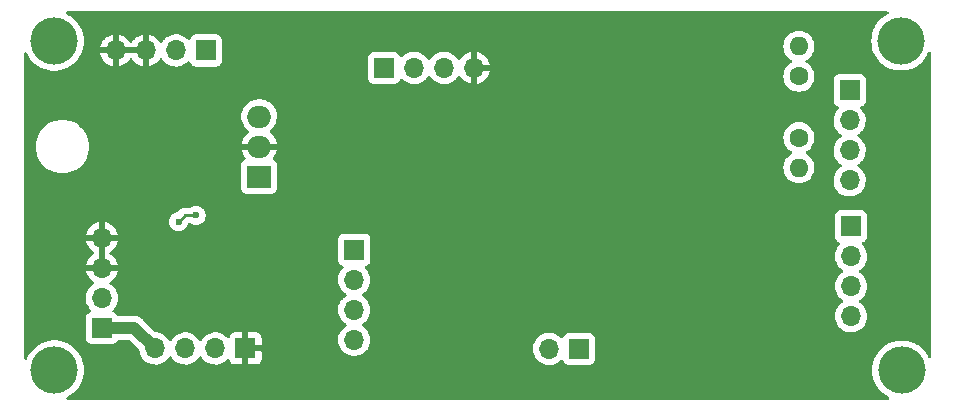
<source format=gbl>
G04 #@! TF.GenerationSoftware,KiCad,Pcbnew,6.0.9+dfsg-1~bpo11+1*
G04 #@! TF.CreationDate,2022-12-29T09:56:33-05:00*
G04 #@! TF.ProjectId,io,696f2e6b-6963-4616-945f-706362585858,rev?*
G04 #@! TF.SameCoordinates,Original*
G04 #@! TF.FileFunction,Copper,L2,Bot*
G04 #@! TF.FilePolarity,Positive*
%FSLAX46Y46*%
G04 Gerber Fmt 4.6, Leading zero omitted, Abs format (unit mm)*
G04 Created by KiCad (PCBNEW 6.0.9+dfsg-1~bpo11+1) date 2022-12-29 09:56:33*
%MOMM*%
%LPD*%
G01*
G04 APERTURE LIST*
G04 #@! TA.AperFunction,ComponentPad*
%ADD10R,1.700000X1.700000*%
G04 #@! TD*
G04 #@! TA.AperFunction,ComponentPad*
%ADD11O,1.700000X1.700000*%
G04 #@! TD*
G04 #@! TA.AperFunction,ComponentPad*
%ADD12R,2.000000X1.905000*%
G04 #@! TD*
G04 #@! TA.AperFunction,ComponentPad*
%ADD13O,2.000000X1.905000*%
G04 #@! TD*
G04 #@! TA.AperFunction,ComponentPad*
%ADD14C,1.600000*%
G04 #@! TD*
G04 #@! TA.AperFunction,ComponentPad*
%ADD15O,1.600000X1.600000*%
G04 #@! TD*
G04 #@! TA.AperFunction,ComponentPad*
%ADD16C,4.000000*%
G04 #@! TD*
G04 #@! TA.AperFunction,ViaPad*
%ADD17C,0.600000*%
G04 #@! TD*
G04 #@! TA.AperFunction,Conductor*
%ADD18C,1.000000*%
G04 #@! TD*
G04 #@! TA.AperFunction,Conductor*
%ADD19C,0.250000*%
G04 #@! TD*
G04 APERTURE END LIST*
D10*
G04 #@! TO.P,P1,1,P1*
G04 #@! TO.N,IG1-cpu*
X61150000Y-145790000D03*
D11*
G04 #@! TO.P,P1,2,P2*
G04 #@! TO.N,IG2-cpu*
X61150000Y-148330000D03*
G04 #@! TO.P,P1,3,P3*
G04 #@! TO.N,IG3-cpu*
X61150000Y-150870000D03*
G04 #@! TO.P,P1,4,P4*
G04 #@! TO.N,IG4-cpu*
X61150000Y-153410000D03*
G04 #@! TD*
D10*
G04 #@! TO.P,P2,1,P1*
G04 #@! TO.N,5v*
X63660000Y-130400000D03*
D11*
G04 #@! TO.P,P2,2,P2*
G04 #@! TO.N,TRIG2*
X66200000Y-130400000D03*
G04 #@! TO.P,P2,3,P3*
G04 #@! TO.N,TRIG1*
X68740000Y-130400000D03*
G04 #@! TO.P,P2,4,P4*
G04 #@! TO.N,GND*
X71280000Y-130400000D03*
G04 #@! TD*
D10*
G04 #@! TO.P,P5,1,P1*
G04 #@! TO.N,IG1-out*
X103200000Y-143800000D03*
D11*
G04 #@! TO.P,P5,2,P2*
G04 #@! TO.N,IG2-out*
X103200000Y-146340000D03*
G04 #@! TO.P,P5,3,P3*
G04 #@! TO.N,IG3-out*
X103200000Y-148880000D03*
G04 #@! TO.P,P5,4,P4*
G04 #@! TO.N,IG4-out*
X103200000Y-151420000D03*
G04 #@! TD*
D10*
G04 #@! TO.P,P6,1,P1*
G04 #@! TO.N,TRIG1IN-*
X103100000Y-132300000D03*
D11*
G04 #@! TO.P,P6,2,P2*
G04 #@! TO.N,TRIG1IN+*
X103100000Y-134840000D03*
G04 #@! TO.P,P6,3,P3*
G04 #@! TO.N,TRIG2IN-*
X103100000Y-137380000D03*
G04 #@! TO.P,P6,4,P4*
G04 #@! TO.N,TRIG2IN+*
X103100000Y-139920000D03*
G04 #@! TD*
D10*
G04 #@! TO.P,P7,1,P1*
G04 #@! TO.N,12v_power*
X48600000Y-128922500D03*
D11*
G04 #@! TO.P,P7,2,P2*
X46060000Y-128922500D03*
G04 #@! TO.P,P7,3,P3*
G04 #@! TO.N,GND*
X43520000Y-128922500D03*
G04 #@! TO.P,P7,4,P4*
X40980000Y-128922500D03*
G04 #@! TD*
D12*
G04 #@! TO.P,U1,1,VI*
G04 #@! TO.N,12v_power*
X53100000Y-139600000D03*
D13*
G04 #@! TO.P,U1,2,GND*
G04 #@! TO.N,GND*
X53100000Y-137060000D03*
G04 #@! TO.P,U1,3,VO*
G04 #@! TO.N,5v*
X53100000Y-134520000D03*
G04 #@! TD*
D14*
G04 #@! TO.P,R31,1*
G04 #@! TO.N,TRIG1IN+*
X98800000Y-131100000D03*
D15*
G04 #@! TO.P,R31,2*
G04 #@! TO.N,TRIG1IN-*
X98800000Y-128560000D03*
G04 #@! TD*
D16*
G04 #@! TO.P,REF\u002A\u002A,1*
G04 #@! TO.N,N/C*
X35770000Y-155980000D03*
G04 #@! TD*
D10*
G04 #@! TO.P,P4,1,P1*
G04 #@! TO.N,5v*
X39780000Y-152420000D03*
D11*
G04 #@! TO.P,P4,2,P2*
X39780000Y-149880000D03*
G04 #@! TO.P,P4,3,P3*
G04 #@! TO.N,GND*
X39780000Y-147340000D03*
G04 #@! TO.P,P4,4,P4*
X39780000Y-144800000D03*
G04 #@! TD*
D10*
G04 #@! TO.P,J1,1,Pin_1*
G04 #@! TO.N,DIG1-in*
X80180000Y-154190000D03*
D11*
G04 #@! TO.P,J1,2,Pin_2*
G04 #@! TO.N,DIG2-in*
X77640000Y-154190000D03*
G04 #@! TD*
D16*
G04 #@! TO.P,REF\u002A\u002A,1*
G04 #@! TO.N,N/C*
X107440000Y-128100000D03*
G04 #@! TD*
D10*
G04 #@! TO.P,P3,1,P1*
G04 #@! TO.N,GND*
X51940000Y-154150000D03*
D11*
G04 #@! TO.P,P3,2,P2*
G04 #@! TO.N,DIG1-cpu*
X49400000Y-154150000D03*
G04 #@! TO.P,P3,3,P3*
G04 #@! TO.N,DIG2-cpu*
X46860000Y-154150000D03*
G04 #@! TO.P,P3,4,P4*
G04 #@! TO.N,5v*
X44320000Y-154150000D03*
G04 #@! TD*
D14*
G04 #@! TO.P,R32,1*
G04 #@! TO.N,TRIG2IN-*
X98800000Y-136300000D03*
D15*
G04 #@! TO.P,R32,2*
G04 #@! TO.N,TRIG2IN+*
X98800000Y-138840000D03*
G04 #@! TD*
D16*
G04 #@! TO.P,REF\u002A\u002A,1*
G04 #@! TO.N,N/C*
X35740000Y-128130000D03*
G04 #@! TD*
G04 #@! TO.P,REF\u002A\u002A,1*
G04 #@! TO.N,N/C*
X107500000Y-156000000D03*
G04 #@! TD*
D17*
G04 #@! TO.N,GND*
X83080000Y-134380000D03*
X55640000Y-144540000D03*
X76430000Y-142930000D03*
X82980000Y-133030000D03*
X83095500Y-135250000D03*
X101290000Y-148240000D03*
X101410000Y-150660000D03*
X82110000Y-148940000D03*
X72730000Y-152220000D03*
X85380000Y-127060000D03*
X99960000Y-142130000D03*
X59780000Y-129150000D03*
X76410000Y-148970000D03*
X50140000Y-145780000D03*
X84720000Y-139850000D03*
X72540000Y-141060000D03*
X83030000Y-131970000D03*
X84960000Y-135210000D03*
X101260000Y-145740000D03*
X79850000Y-126940000D03*
X82760000Y-127060000D03*
X76360000Y-145420000D03*
X84990000Y-134030000D03*
G04 #@! TO.N,Net-(D3-Pad3)*
X47750000Y-142880000D03*
X46280000Y-143410000D03*
G04 #@! TD*
D18*
G04 #@! TO.N,5v*
X39800000Y-152400000D02*
X42540000Y-152400000D01*
X42540000Y-152400000D02*
X44270000Y-154130000D01*
D19*
G04 #@! TO.N,Net-(D3-Pad3)*
X46810000Y-142880000D02*
X46280000Y-143410000D01*
X47750000Y-142880000D02*
X46810000Y-142880000D01*
G04 #@! TD*
G04 #@! TA.AperFunction,Conductor*
G04 #@! TO.N,GND*
G36*
X106342387Y-125628502D02*
G01*
X106388880Y-125682158D01*
X106398984Y-125752432D01*
X106369490Y-125817012D01*
X106334967Y-125844914D01*
X106096693Y-125975907D01*
X106093221Y-125977816D01*
X105837860Y-126163346D01*
X105607767Y-126379418D01*
X105406568Y-126622625D01*
X105237438Y-126889131D01*
X105235754Y-126892710D01*
X105235750Y-126892717D01*
X105110126Y-127159683D01*
X105103044Y-127174734D01*
X105101818Y-127178506D01*
X105101818Y-127178507D01*
X105073397Y-127265978D01*
X105005505Y-127474928D01*
X104946359Y-127784980D01*
X104926540Y-128100000D01*
X104946359Y-128415020D01*
X105005505Y-128725072D01*
X105024199Y-128782607D01*
X105099457Y-129014225D01*
X105103044Y-129025266D01*
X105104731Y-129028852D01*
X105104733Y-129028856D01*
X105235750Y-129307283D01*
X105235754Y-129307290D01*
X105237438Y-129310869D01*
X105239562Y-129314215D01*
X105239562Y-129314216D01*
X105249667Y-129330139D01*
X105406568Y-129577375D01*
X105409093Y-129580427D01*
X105598444Y-129809312D01*
X105607767Y-129820582D01*
X105837860Y-130036654D01*
X105841062Y-130038981D01*
X105841064Y-130038982D01*
X105844297Y-130041331D01*
X106093221Y-130222184D01*
X106096690Y-130224091D01*
X106096693Y-130224093D01*
X106206123Y-130284253D01*
X106369821Y-130374247D01*
X106373490Y-130375700D01*
X106373495Y-130375702D01*
X106603052Y-130466590D01*
X106663298Y-130490443D01*
X106969025Y-130568940D01*
X107282179Y-130608500D01*
X107597821Y-130608500D01*
X107910975Y-130568940D01*
X108216702Y-130490443D01*
X108276948Y-130466590D01*
X108506505Y-130375702D01*
X108506510Y-130375700D01*
X108510179Y-130374247D01*
X108673877Y-130284253D01*
X108783307Y-130224093D01*
X108783310Y-130224091D01*
X108786779Y-130222184D01*
X109035703Y-130041331D01*
X109038936Y-130038982D01*
X109038938Y-130038981D01*
X109042140Y-130036654D01*
X109272233Y-129820582D01*
X109281557Y-129809312D01*
X109470907Y-129580427D01*
X109473432Y-129577375D01*
X109630333Y-129330139D01*
X109640438Y-129314216D01*
X109640438Y-129314215D01*
X109642562Y-129310869D01*
X109644246Y-129307290D01*
X109644250Y-129307283D01*
X109751492Y-129079380D01*
X109798594Y-129026259D01*
X109866939Y-129007036D01*
X109934827Y-129027815D01*
X109980704Y-129081998D01*
X109991500Y-129133028D01*
X109991500Y-154839465D01*
X109971498Y-154907586D01*
X109917842Y-154954079D01*
X109847568Y-154964183D01*
X109782988Y-154934689D01*
X109751492Y-154893113D01*
X109702562Y-154789131D01*
X109533432Y-154522625D01*
X109348558Y-154299151D01*
X109334758Y-154282470D01*
X109334757Y-154282469D01*
X109332233Y-154279418D01*
X109102140Y-154063346D01*
X108846779Y-153877816D01*
X108814633Y-153860143D01*
X108573648Y-153727660D01*
X108573647Y-153727659D01*
X108570179Y-153725753D01*
X108566510Y-153724300D01*
X108566505Y-153724298D01*
X108280372Y-153611010D01*
X108280371Y-153611010D01*
X108276702Y-153609557D01*
X107970975Y-153531060D01*
X107657821Y-153491500D01*
X107342179Y-153491500D01*
X107029025Y-153531060D01*
X106723298Y-153609557D01*
X106719629Y-153611010D01*
X106719628Y-153611010D01*
X106433495Y-153724298D01*
X106433490Y-153724300D01*
X106429821Y-153725753D01*
X106426353Y-153727659D01*
X106426352Y-153727660D01*
X106185368Y-153860143D01*
X106153221Y-153877816D01*
X105897860Y-154063346D01*
X105667767Y-154279418D01*
X105665243Y-154282469D01*
X105665242Y-154282470D01*
X105651442Y-154299151D01*
X105466568Y-154522625D01*
X105297438Y-154789131D01*
X105295754Y-154792710D01*
X105295750Y-154792717D01*
X105164733Y-155071144D01*
X105163044Y-155074734D01*
X105065505Y-155374928D01*
X105006359Y-155684980D01*
X104986540Y-156000000D01*
X105006359Y-156315020D01*
X105065505Y-156625072D01*
X105163044Y-156925266D01*
X105164731Y-156928852D01*
X105164733Y-156928856D01*
X105295750Y-157207283D01*
X105295754Y-157207290D01*
X105297438Y-157210869D01*
X105466568Y-157477375D01*
X105469093Y-157480427D01*
X105653468Y-157703297D01*
X105667767Y-157720582D01*
X105897860Y-157936654D01*
X106153221Y-158122184D01*
X106156690Y-158124091D01*
X106156693Y-158124093D01*
X106394967Y-158255086D01*
X106445026Y-158305431D01*
X106459919Y-158374848D01*
X106434918Y-158441297D01*
X106377961Y-158483681D01*
X106334266Y-158491500D01*
X36899097Y-158491500D01*
X36830976Y-158471498D01*
X36784483Y-158417842D01*
X36774379Y-158347568D01*
X36803873Y-158282988D01*
X36840659Y-158255120D01*
X36840179Y-158254247D01*
X37113307Y-158104093D01*
X37113310Y-158104091D01*
X37116779Y-158102184D01*
X37372140Y-157916654D01*
X37602233Y-157700582D01*
X37803432Y-157457375D01*
X37972562Y-157190869D01*
X37974246Y-157187290D01*
X37974250Y-157187283D01*
X38105267Y-156908856D01*
X38105269Y-156908852D01*
X38106956Y-156905266D01*
X38204495Y-156605072D01*
X38263641Y-156295020D01*
X38283460Y-155980000D01*
X38263641Y-155664980D01*
X38204495Y-155354928D01*
X38140417Y-155157715D01*
X38108182Y-155058507D01*
X38108182Y-155058506D01*
X38106956Y-155054734D01*
X38104266Y-155049017D01*
X37974250Y-154772717D01*
X37974246Y-154772710D01*
X37972562Y-154769131D01*
X37803432Y-154502625D01*
X37618947Y-154279622D01*
X37604758Y-154262470D01*
X37604757Y-154262469D01*
X37602233Y-154259418D01*
X37372140Y-154043346D01*
X37116779Y-153857816D01*
X37052404Y-153822425D01*
X36843648Y-153707660D01*
X36843647Y-153707659D01*
X36840179Y-153705753D01*
X36836510Y-153704300D01*
X36836505Y-153704298D01*
X36550372Y-153591010D01*
X36550371Y-153591010D01*
X36546702Y-153589557D01*
X36240975Y-153511060D01*
X35927821Y-153471500D01*
X35612179Y-153471500D01*
X35299025Y-153511060D01*
X34993298Y-153589557D01*
X34989629Y-153591010D01*
X34989628Y-153591010D01*
X34703495Y-153704298D01*
X34703490Y-153704300D01*
X34699821Y-153705753D01*
X34696353Y-153707659D01*
X34696352Y-153707660D01*
X34487597Y-153822425D01*
X34423221Y-153857816D01*
X34167860Y-154043346D01*
X33937767Y-154259418D01*
X33935243Y-154262469D01*
X33935242Y-154262470D01*
X33921053Y-154279622D01*
X33736568Y-154502625D01*
X33567438Y-154769131D01*
X33565754Y-154772710D01*
X33565750Y-154772717D01*
X33448508Y-155021871D01*
X33401406Y-155074992D01*
X33333061Y-155094215D01*
X33265173Y-155073436D01*
X33219296Y-155019253D01*
X33208500Y-154968223D01*
X33208500Y-149846695D01*
X38417251Y-149846695D01*
X38417548Y-149851848D01*
X38417548Y-149851851D01*
X38428077Y-150034457D01*
X38430110Y-150069715D01*
X38431247Y-150074761D01*
X38431248Y-150074767D01*
X38448010Y-150149144D01*
X38479222Y-150287639D01*
X38563266Y-150494616D01*
X38565965Y-150499020D01*
X38660031Y-150652522D01*
X38679987Y-150685088D01*
X38826250Y-150853938D01*
X38830230Y-150857242D01*
X38834981Y-150861187D01*
X38874616Y-150920090D01*
X38876113Y-150991071D01*
X38838997Y-151051593D01*
X38798724Y-151076112D01*
X38683295Y-151119385D01*
X38566739Y-151206739D01*
X38479385Y-151323295D01*
X38428255Y-151459684D01*
X38421500Y-151521866D01*
X38421500Y-153318134D01*
X38428255Y-153380316D01*
X38479385Y-153516705D01*
X38566739Y-153633261D01*
X38683295Y-153720615D01*
X38819684Y-153771745D01*
X38881866Y-153778500D01*
X40678134Y-153778500D01*
X40740316Y-153771745D01*
X40876705Y-153720615D01*
X40993261Y-153633261D01*
X41022276Y-153594547D01*
X41075233Y-153523887D01*
X41075235Y-153523884D01*
X41080615Y-153516705D01*
X41090526Y-153490268D01*
X41133168Y-153433505D01*
X41199729Y-153408806D01*
X41208507Y-153408500D01*
X42070075Y-153408500D01*
X42138196Y-153428502D01*
X42159170Y-153445405D01*
X42931075Y-154217310D01*
X42965101Y-154279622D01*
X42967771Y-154299151D01*
X42970110Y-154339715D01*
X42971247Y-154344761D01*
X42971248Y-154344767D01*
X42985606Y-154408475D01*
X43019222Y-154557639D01*
X43103266Y-154764616D01*
X43149133Y-154839465D01*
X43217291Y-154950688D01*
X43219987Y-154955088D01*
X43366250Y-155123938D01*
X43538126Y-155266632D01*
X43731000Y-155379338D01*
X43939692Y-155459030D01*
X43944760Y-155460061D01*
X43944763Y-155460062D01*
X44052017Y-155481883D01*
X44158597Y-155503567D01*
X44163772Y-155503757D01*
X44163774Y-155503757D01*
X44376673Y-155511564D01*
X44376677Y-155511564D01*
X44381837Y-155511753D01*
X44386957Y-155511097D01*
X44386959Y-155511097D01*
X44598288Y-155484025D01*
X44598289Y-155484025D01*
X44603416Y-155483368D01*
X44679102Y-155460661D01*
X44812429Y-155420661D01*
X44812434Y-155420659D01*
X44817384Y-155419174D01*
X45017994Y-155320896D01*
X45199860Y-155191173D01*
X45227191Y-155163938D01*
X45332990Y-155058507D01*
X45358096Y-155033489D01*
X45417594Y-154950689D01*
X45488453Y-154852077D01*
X45489776Y-154853028D01*
X45536645Y-154809857D01*
X45606580Y-154797625D01*
X45672026Y-154825144D01*
X45699875Y-154856994D01*
X45759987Y-154955088D01*
X45906250Y-155123938D01*
X46078126Y-155266632D01*
X46271000Y-155379338D01*
X46479692Y-155459030D01*
X46484760Y-155460061D01*
X46484763Y-155460062D01*
X46592017Y-155481883D01*
X46698597Y-155503567D01*
X46703772Y-155503757D01*
X46703774Y-155503757D01*
X46916673Y-155511564D01*
X46916677Y-155511564D01*
X46921837Y-155511753D01*
X46926957Y-155511097D01*
X46926959Y-155511097D01*
X47138288Y-155484025D01*
X47138289Y-155484025D01*
X47143416Y-155483368D01*
X47219102Y-155460661D01*
X47352429Y-155420661D01*
X47352434Y-155420659D01*
X47357384Y-155419174D01*
X47557994Y-155320896D01*
X47739860Y-155191173D01*
X47767191Y-155163938D01*
X47872990Y-155058507D01*
X47898096Y-155033489D01*
X47957594Y-154950689D01*
X48028453Y-154852077D01*
X48029776Y-154853028D01*
X48076645Y-154809857D01*
X48146580Y-154797625D01*
X48212026Y-154825144D01*
X48239875Y-154856994D01*
X48299987Y-154955088D01*
X48446250Y-155123938D01*
X48618126Y-155266632D01*
X48811000Y-155379338D01*
X49019692Y-155459030D01*
X49024760Y-155460061D01*
X49024763Y-155460062D01*
X49132017Y-155481883D01*
X49238597Y-155503567D01*
X49243772Y-155503757D01*
X49243774Y-155503757D01*
X49456673Y-155511564D01*
X49456677Y-155511564D01*
X49461837Y-155511753D01*
X49466957Y-155511097D01*
X49466959Y-155511097D01*
X49678288Y-155484025D01*
X49678289Y-155484025D01*
X49683416Y-155483368D01*
X49759102Y-155460661D01*
X49892429Y-155420661D01*
X49892434Y-155420659D01*
X49897384Y-155419174D01*
X50097994Y-155320896D01*
X50279860Y-155191173D01*
X50307191Y-155163938D01*
X50388479Y-155082933D01*
X50450851Y-155049017D01*
X50521658Y-155054205D01*
X50578419Y-155096851D01*
X50595401Y-155127954D01*
X50636676Y-155238054D01*
X50645214Y-155253649D01*
X50721715Y-155355724D01*
X50734276Y-155368285D01*
X50836351Y-155444786D01*
X50851946Y-155453324D01*
X50972394Y-155498478D01*
X50987649Y-155502105D01*
X51038514Y-155507631D01*
X51045328Y-155508000D01*
X51667885Y-155508000D01*
X51683124Y-155503525D01*
X51684329Y-155502135D01*
X51686000Y-155494452D01*
X51686000Y-155489884D01*
X52194000Y-155489884D01*
X52198475Y-155505123D01*
X52199865Y-155506328D01*
X52207548Y-155507999D01*
X52834669Y-155507999D01*
X52841490Y-155507629D01*
X52892352Y-155502105D01*
X52907604Y-155498479D01*
X53028054Y-155453324D01*
X53043649Y-155444786D01*
X53145724Y-155368285D01*
X53158285Y-155355724D01*
X53234786Y-155253649D01*
X53243324Y-155238054D01*
X53288478Y-155117606D01*
X53292105Y-155102351D01*
X53297631Y-155051486D01*
X53298000Y-155044672D01*
X53298000Y-154422115D01*
X53293525Y-154406876D01*
X53292135Y-154405671D01*
X53284452Y-154404000D01*
X52212115Y-154404000D01*
X52196876Y-154408475D01*
X52195671Y-154409865D01*
X52194000Y-154417548D01*
X52194000Y-155489884D01*
X51686000Y-155489884D01*
X51686000Y-153877885D01*
X52194000Y-153877885D01*
X52198475Y-153893124D01*
X52199865Y-153894329D01*
X52207548Y-153896000D01*
X53279884Y-153896000D01*
X53295123Y-153891525D01*
X53296328Y-153890135D01*
X53297999Y-153882452D01*
X53297999Y-153376695D01*
X59787251Y-153376695D01*
X59787548Y-153381848D01*
X59787548Y-153381851D01*
X59795234Y-153515150D01*
X59800110Y-153599715D01*
X59801247Y-153604761D01*
X59801248Y-153604767D01*
X59814013Y-153661406D01*
X59849222Y-153817639D01*
X59933266Y-154024616D01*
X60049987Y-154215088D01*
X60196250Y-154383938D01*
X60272846Y-154447529D01*
X60363300Y-154522625D01*
X60368126Y-154526632D01*
X60561000Y-154639338D01*
X60769692Y-154719030D01*
X60774760Y-154720061D01*
X60774763Y-154720062D01*
X60882017Y-154741883D01*
X60988597Y-154763567D01*
X60993772Y-154763757D01*
X60993774Y-154763757D01*
X61206673Y-154771564D01*
X61206677Y-154771564D01*
X61211837Y-154771753D01*
X61216957Y-154771097D01*
X61216959Y-154771097D01*
X61428288Y-154744025D01*
X61428289Y-154744025D01*
X61433416Y-154743368D01*
X61438366Y-154741883D01*
X61642429Y-154680661D01*
X61642434Y-154680659D01*
X61647384Y-154679174D01*
X61847994Y-154580896D01*
X62029860Y-154451173D01*
X62072708Y-154408475D01*
X62184435Y-154297137D01*
X62188096Y-154293489D01*
X62198061Y-154279622D01*
X62286392Y-154156695D01*
X76277251Y-154156695D01*
X76277548Y-154161848D01*
X76277548Y-154161851D01*
X76283017Y-154256703D01*
X76290110Y-154379715D01*
X76291247Y-154384761D01*
X76291248Y-154384767D01*
X76315304Y-154491508D01*
X76339222Y-154597639D01*
X76423266Y-154804616D01*
X76452350Y-154852077D01*
X76502975Y-154934689D01*
X76539987Y-154995088D01*
X76686250Y-155163938D01*
X76858126Y-155306632D01*
X77051000Y-155419338D01*
X77259692Y-155499030D01*
X77264760Y-155500061D01*
X77264763Y-155500062D01*
X77321298Y-155511564D01*
X77478597Y-155543567D01*
X77483772Y-155543757D01*
X77483774Y-155543757D01*
X77696673Y-155551564D01*
X77696677Y-155551564D01*
X77701837Y-155551753D01*
X77706957Y-155551097D01*
X77706959Y-155551097D01*
X77918288Y-155524025D01*
X77918289Y-155524025D01*
X77923416Y-155523368D01*
X77928366Y-155521883D01*
X78132429Y-155460661D01*
X78132434Y-155460659D01*
X78137384Y-155459174D01*
X78337994Y-155360896D01*
X78519860Y-155231173D01*
X78628091Y-155123319D01*
X78690462Y-155089404D01*
X78761268Y-155094592D01*
X78818030Y-155137238D01*
X78835012Y-155168341D01*
X78866993Y-155253649D01*
X78879385Y-155286705D01*
X78966739Y-155403261D01*
X79083295Y-155490615D01*
X79219684Y-155541745D01*
X79281866Y-155548500D01*
X81078134Y-155548500D01*
X81140316Y-155541745D01*
X81276705Y-155490615D01*
X81393261Y-155403261D01*
X81480615Y-155286705D01*
X81531745Y-155150316D01*
X81538500Y-155088134D01*
X81538500Y-153291866D01*
X81531745Y-153229684D01*
X81480615Y-153093295D01*
X81393261Y-152976739D01*
X81276705Y-152889385D01*
X81140316Y-152838255D01*
X81078134Y-152831500D01*
X79281866Y-152831500D01*
X79219684Y-152838255D01*
X79083295Y-152889385D01*
X78966739Y-152976739D01*
X78879385Y-153093295D01*
X78876233Y-153101703D01*
X78834919Y-153211907D01*
X78792277Y-153268671D01*
X78725716Y-153293371D01*
X78656367Y-153278163D01*
X78623743Y-153252476D01*
X78573151Y-153196875D01*
X78573142Y-153196866D01*
X78569670Y-153193051D01*
X78565619Y-153189852D01*
X78565615Y-153189848D01*
X78398414Y-153057800D01*
X78398410Y-153057798D01*
X78394359Y-153054598D01*
X78198789Y-152946638D01*
X78193920Y-152944914D01*
X78193916Y-152944912D01*
X77993087Y-152873795D01*
X77993083Y-152873794D01*
X77988212Y-152872069D01*
X77983119Y-152871162D01*
X77983116Y-152871161D01*
X77773373Y-152833800D01*
X77773367Y-152833799D01*
X77768284Y-152832894D01*
X77694452Y-152831992D01*
X77550081Y-152830228D01*
X77550079Y-152830228D01*
X77544911Y-152830165D01*
X77324091Y-152863955D01*
X77111756Y-152933357D01*
X77081443Y-152949137D01*
X76984482Y-152999612D01*
X76913607Y-153036507D01*
X76909474Y-153039610D01*
X76909471Y-153039612D01*
X76739100Y-153167530D01*
X76734965Y-153170635D01*
X76709151Y-153197648D01*
X76594012Y-153318134D01*
X76580629Y-153332138D01*
X76577715Y-153336410D01*
X76577714Y-153336411D01*
X76502239Y-153447054D01*
X76454743Y-153516680D01*
X76411631Y-153609557D01*
X76366979Y-153705753D01*
X76360688Y-153719305D01*
X76300989Y-153934570D01*
X76277251Y-154156695D01*
X62286392Y-154156695D01*
X62315435Y-154116277D01*
X62318453Y-154112077D01*
X62341198Y-154066057D01*
X62415136Y-153916453D01*
X62415137Y-153916451D01*
X62417430Y-153911811D01*
X62475918Y-153719305D01*
X62480865Y-153703023D01*
X62480865Y-153703021D01*
X62482370Y-153698069D01*
X62511529Y-153476590D01*
X62511641Y-153471997D01*
X62513074Y-153413365D01*
X62513074Y-153413361D01*
X62513156Y-153410000D01*
X62494852Y-153187361D01*
X62440431Y-152970702D01*
X62351354Y-152765840D01*
X62277178Y-152651181D01*
X62232822Y-152582617D01*
X62232820Y-152582614D01*
X62230014Y-152578277D01*
X62079670Y-152413051D01*
X62075619Y-152409852D01*
X62075615Y-152409848D01*
X61908414Y-152277800D01*
X61908410Y-152277798D01*
X61904359Y-152274598D01*
X61863053Y-152251796D01*
X61813084Y-152201364D01*
X61798312Y-152131921D01*
X61823428Y-152065516D01*
X61850780Y-152038909D01*
X61894603Y-152007650D01*
X62029860Y-151911173D01*
X62188096Y-151753489D01*
X62220734Y-151708069D01*
X62315435Y-151576277D01*
X62318453Y-151572077D01*
X62321965Y-151564972D01*
X62410074Y-151386695D01*
X101837251Y-151386695D01*
X101837548Y-151391848D01*
X101837548Y-151391851D01*
X101847940Y-151572077D01*
X101850110Y-151609715D01*
X101851247Y-151614761D01*
X101851248Y-151614767D01*
X101865722Y-151678990D01*
X101899222Y-151827639D01*
X101983266Y-152034616D01*
X102099987Y-152225088D01*
X102246250Y-152393938D01*
X102418126Y-152536632D01*
X102611000Y-152649338D01*
X102819692Y-152729030D01*
X102824760Y-152730061D01*
X102824763Y-152730062D01*
X102880369Y-152741375D01*
X103038597Y-152773567D01*
X103043772Y-152773757D01*
X103043774Y-152773757D01*
X103256673Y-152781564D01*
X103256677Y-152781564D01*
X103261837Y-152781753D01*
X103266957Y-152781097D01*
X103266959Y-152781097D01*
X103478288Y-152754025D01*
X103478289Y-152754025D01*
X103483416Y-152753368D01*
X103488366Y-152751883D01*
X103692429Y-152690661D01*
X103692434Y-152690659D01*
X103697384Y-152689174D01*
X103897994Y-152590896D01*
X104079860Y-152461173D01*
X104128151Y-152413051D01*
X104234435Y-152307137D01*
X104238096Y-152303489D01*
X104273573Y-152254118D01*
X104365435Y-152126277D01*
X104368453Y-152122077D01*
X104379692Y-152099338D01*
X104465136Y-151926453D01*
X104465137Y-151926451D01*
X104467430Y-151921811D01*
X104518570Y-151753489D01*
X104530865Y-151713023D01*
X104530865Y-151713021D01*
X104532370Y-151708069D01*
X104561529Y-151486590D01*
X104561958Y-151469029D01*
X104563074Y-151423365D01*
X104563074Y-151423361D01*
X104563156Y-151420000D01*
X104544852Y-151197361D01*
X104490431Y-150980702D01*
X104401354Y-150775840D01*
X104280014Y-150588277D01*
X104129670Y-150423051D01*
X104125619Y-150419852D01*
X104125615Y-150419848D01*
X103958414Y-150287800D01*
X103958410Y-150287798D01*
X103954359Y-150284598D01*
X103913053Y-150261796D01*
X103863084Y-150211364D01*
X103848312Y-150141921D01*
X103873428Y-150075516D01*
X103900780Y-150048909D01*
X103957570Y-150008401D01*
X104079860Y-149921173D01*
X104128151Y-149873051D01*
X104234435Y-149767137D01*
X104238096Y-149763489D01*
X104273573Y-149714118D01*
X104365435Y-149586277D01*
X104368453Y-149582077D01*
X104379692Y-149559338D01*
X104465136Y-149386453D01*
X104465137Y-149386451D01*
X104467430Y-149381811D01*
X104519213Y-149211375D01*
X104530865Y-149173023D01*
X104530865Y-149173021D01*
X104532370Y-149168069D01*
X104561529Y-148946590D01*
X104563156Y-148880000D01*
X104544852Y-148657361D01*
X104490431Y-148440702D01*
X104401354Y-148235840D01*
X104280014Y-148048277D01*
X104129670Y-147883051D01*
X104125619Y-147879852D01*
X104125615Y-147879848D01*
X103958414Y-147747800D01*
X103958410Y-147747798D01*
X103954359Y-147744598D01*
X103913053Y-147721796D01*
X103863084Y-147671364D01*
X103848312Y-147601921D01*
X103873428Y-147535516D01*
X103900780Y-147508909D01*
X103957570Y-147468401D01*
X104079860Y-147381173D01*
X104124702Y-147336488D01*
X104234435Y-147227137D01*
X104238096Y-147223489D01*
X104297594Y-147140689D01*
X104365435Y-147046277D01*
X104368453Y-147042077D01*
X104391186Y-146996081D01*
X104465136Y-146846453D01*
X104465137Y-146846451D01*
X104467430Y-146841811D01*
X104532370Y-146628069D01*
X104561529Y-146406590D01*
X104563156Y-146340000D01*
X104544852Y-146117361D01*
X104490431Y-145900702D01*
X104401354Y-145695840D01*
X104280014Y-145508277D01*
X104276532Y-145504450D01*
X104132798Y-145346488D01*
X104101746Y-145282642D01*
X104110141Y-145212143D01*
X104155317Y-145157375D01*
X104181761Y-145143706D01*
X104288297Y-145103767D01*
X104296705Y-145100615D01*
X104413261Y-145013261D01*
X104500615Y-144896705D01*
X104551745Y-144760316D01*
X104558500Y-144698134D01*
X104558500Y-142901866D01*
X104551745Y-142839684D01*
X104500615Y-142703295D01*
X104413261Y-142586739D01*
X104296705Y-142499385D01*
X104160316Y-142448255D01*
X104098134Y-142441500D01*
X102301866Y-142441500D01*
X102239684Y-142448255D01*
X102103295Y-142499385D01*
X101986739Y-142586739D01*
X101899385Y-142703295D01*
X101848255Y-142839684D01*
X101841500Y-142901866D01*
X101841500Y-144698134D01*
X101848255Y-144760316D01*
X101899385Y-144896705D01*
X101986739Y-145013261D01*
X102103295Y-145100615D01*
X102111704Y-145103767D01*
X102111705Y-145103768D01*
X102220451Y-145144535D01*
X102277216Y-145187176D01*
X102301916Y-145253738D01*
X102286709Y-145323087D01*
X102267316Y-145349568D01*
X102140629Y-145482138D01*
X102014743Y-145666680D01*
X101999003Y-145700590D01*
X101932531Y-145843792D01*
X101920688Y-145869305D01*
X101860989Y-146084570D01*
X101837251Y-146306695D01*
X101837548Y-146311848D01*
X101837548Y-146311851D01*
X101847631Y-146486727D01*
X101850110Y-146529715D01*
X101851247Y-146534761D01*
X101851248Y-146534767D01*
X101871119Y-146622939D01*
X101899222Y-146747639D01*
X101983266Y-146954616D01*
X101985965Y-146959020D01*
X102068538Y-147093767D01*
X102099987Y-147145088D01*
X102246250Y-147313938D01*
X102418126Y-147456632D01*
X102451974Y-147476411D01*
X102491445Y-147499476D01*
X102540169Y-147551114D01*
X102553240Y-147620897D01*
X102526509Y-147686669D01*
X102486055Y-147720027D01*
X102473607Y-147726507D01*
X102469474Y-147729610D01*
X102469471Y-147729612D01*
X102299100Y-147857530D01*
X102294965Y-147860635D01*
X102140629Y-148022138D01*
X102137715Y-148026410D01*
X102137714Y-148026411D01*
X102082494Y-148107361D01*
X102014743Y-148206680D01*
X101999003Y-148240590D01*
X101932531Y-148383792D01*
X101920688Y-148409305D01*
X101860989Y-148624570D01*
X101837251Y-148846695D01*
X101837548Y-148851848D01*
X101837548Y-148851851D01*
X101842897Y-148944616D01*
X101850110Y-149069715D01*
X101851247Y-149074761D01*
X101851248Y-149074767D01*
X101865722Y-149138990D01*
X101899222Y-149287639D01*
X101983266Y-149494616D01*
X102011760Y-149541114D01*
X102086159Y-149662522D01*
X102099987Y-149685088D01*
X102246250Y-149853938D01*
X102418126Y-149996632D01*
X102451974Y-150016411D01*
X102491445Y-150039476D01*
X102540169Y-150091114D01*
X102553240Y-150160897D01*
X102526509Y-150226669D01*
X102486055Y-150260027D01*
X102473607Y-150266507D01*
X102469474Y-150269610D01*
X102469471Y-150269612D01*
X102299100Y-150397530D01*
X102294965Y-150400635D01*
X102140629Y-150562138D01*
X102137715Y-150566410D01*
X102137714Y-150566411D01*
X102082494Y-150647361D01*
X102014743Y-150746680D01*
X101920688Y-150949305D01*
X101860989Y-151164570D01*
X101837251Y-151386695D01*
X62410074Y-151386695D01*
X62415136Y-151376453D01*
X62415137Y-151376451D01*
X62417430Y-151371811D01*
X62482370Y-151158069D01*
X62511529Y-150936590D01*
X62513156Y-150870000D01*
X62494852Y-150647361D01*
X62440431Y-150430702D01*
X62351354Y-150225840D01*
X62297064Y-150141921D01*
X62232822Y-150042617D01*
X62232820Y-150042614D01*
X62230014Y-150038277D01*
X62079670Y-149873051D01*
X62075619Y-149869852D01*
X62075615Y-149869848D01*
X61908414Y-149737800D01*
X61908410Y-149737798D01*
X61904359Y-149734598D01*
X61863053Y-149711796D01*
X61813084Y-149661364D01*
X61798312Y-149591921D01*
X61823428Y-149525516D01*
X61850780Y-149498909D01*
X61894603Y-149467650D01*
X62029860Y-149371173D01*
X62188096Y-149213489D01*
X62196064Y-149202401D01*
X62315435Y-149036277D01*
X62318453Y-149032077D01*
X62321254Y-149026411D01*
X62415136Y-148836453D01*
X62415137Y-148836451D01*
X62417430Y-148831811D01*
X62480395Y-148624570D01*
X62480865Y-148623023D01*
X62480865Y-148623021D01*
X62482370Y-148618069D01*
X62511529Y-148396590D01*
X62513156Y-148330000D01*
X62494852Y-148107361D01*
X62440431Y-147890702D01*
X62351354Y-147685840D01*
X62291940Y-147594000D01*
X62232822Y-147502617D01*
X62232820Y-147502614D01*
X62230014Y-147498277D01*
X62226532Y-147494450D01*
X62082798Y-147336488D01*
X62051746Y-147272642D01*
X62060141Y-147202143D01*
X62105317Y-147147375D01*
X62131761Y-147133706D01*
X62238297Y-147093767D01*
X62246705Y-147090615D01*
X62363261Y-147003261D01*
X62450615Y-146886705D01*
X62501745Y-146750316D01*
X62508500Y-146688134D01*
X62508500Y-144891866D01*
X62501745Y-144829684D01*
X62450615Y-144693295D01*
X62363261Y-144576739D01*
X62246705Y-144489385D01*
X62110316Y-144438255D01*
X62048134Y-144431500D01*
X60251866Y-144431500D01*
X60189684Y-144438255D01*
X60053295Y-144489385D01*
X59936739Y-144576739D01*
X59849385Y-144693295D01*
X59798255Y-144829684D01*
X59791500Y-144891866D01*
X59791500Y-146688134D01*
X59798255Y-146750316D01*
X59849385Y-146886705D01*
X59936739Y-147003261D01*
X60053295Y-147090615D01*
X60061704Y-147093767D01*
X60061705Y-147093768D01*
X60170451Y-147134535D01*
X60227216Y-147177176D01*
X60251916Y-147243738D01*
X60236709Y-147313087D01*
X60217316Y-147339568D01*
X60090629Y-147472138D01*
X60087715Y-147476410D01*
X60087714Y-147476411D01*
X60064190Y-147510896D01*
X59964743Y-147656680D01*
X59870688Y-147859305D01*
X59810989Y-148074570D01*
X59787251Y-148296695D01*
X59787548Y-148301848D01*
X59787548Y-148301851D01*
X59798927Y-148499203D01*
X59800110Y-148519715D01*
X59801247Y-148524761D01*
X59801248Y-148524767D01*
X59807826Y-148553955D01*
X59849222Y-148737639D01*
X59933266Y-148944616D01*
X59935965Y-148949020D01*
X60009927Y-149069715D01*
X60049987Y-149135088D01*
X60196250Y-149303938D01*
X60368126Y-149446632D01*
X60438595Y-149487811D01*
X60441445Y-149489476D01*
X60490169Y-149541114D01*
X60503240Y-149610897D01*
X60476509Y-149676669D01*
X60436055Y-149710027D01*
X60423607Y-149716507D01*
X60419474Y-149719610D01*
X60419471Y-149719612D01*
X60249100Y-149847530D01*
X60244965Y-149850635D01*
X60181040Y-149917529D01*
X60156470Y-149943240D01*
X60090629Y-150012138D01*
X60087715Y-150016410D01*
X60087714Y-150016411D01*
X60064190Y-150050896D01*
X59964743Y-150196680D01*
X59932331Y-150266507D01*
X59876654Y-150386453D01*
X59870688Y-150399305D01*
X59810989Y-150614570D01*
X59787251Y-150836695D01*
X59787548Y-150841848D01*
X59787548Y-150841851D01*
X59799642Y-151051593D01*
X59800110Y-151059715D01*
X59801247Y-151064761D01*
X59801248Y-151064767D01*
X59803805Y-151076112D01*
X59849222Y-151277639D01*
X59907028Y-151420000D01*
X59927956Y-151471538D01*
X59933266Y-151484616D01*
X59935965Y-151489020D01*
X60038001Y-151655528D01*
X60049987Y-151675088D01*
X60196250Y-151843938D01*
X60368126Y-151986632D01*
X60438595Y-152027811D01*
X60441445Y-152029476D01*
X60490169Y-152081114D01*
X60503240Y-152150897D01*
X60476509Y-152216669D01*
X60436055Y-152250027D01*
X60423607Y-152256507D01*
X60419474Y-152259610D01*
X60419471Y-152259612D01*
X60356174Y-152307137D01*
X60244965Y-152390635D01*
X60090629Y-152552138D01*
X59964743Y-152736680D01*
X59923486Y-152825562D01*
X59886653Y-152904912D01*
X59870688Y-152939305D01*
X59810989Y-153154570D01*
X59787251Y-153376695D01*
X53297999Y-153376695D01*
X53297999Y-153255331D01*
X53297629Y-153248510D01*
X53292105Y-153197648D01*
X53288479Y-153182396D01*
X53243324Y-153061946D01*
X53234786Y-153046351D01*
X53158285Y-152944276D01*
X53145724Y-152931715D01*
X53043649Y-152855214D01*
X53028054Y-152846676D01*
X52907606Y-152801522D01*
X52892351Y-152797895D01*
X52841486Y-152792369D01*
X52834672Y-152792000D01*
X52212115Y-152792000D01*
X52196876Y-152796475D01*
X52195671Y-152797865D01*
X52194000Y-152805548D01*
X52194000Y-153877885D01*
X51686000Y-153877885D01*
X51686000Y-152810116D01*
X51681525Y-152794877D01*
X51680135Y-152793672D01*
X51672452Y-152792001D01*
X51045331Y-152792001D01*
X51038510Y-152792371D01*
X50987648Y-152797895D01*
X50972396Y-152801521D01*
X50851946Y-152846676D01*
X50836351Y-152855214D01*
X50734276Y-152931715D01*
X50721715Y-152944276D01*
X50645214Y-153046351D01*
X50636676Y-153061946D01*
X50595297Y-153172322D01*
X50552655Y-153229087D01*
X50486093Y-153253786D01*
X50416744Y-153238578D01*
X50384121Y-153212891D01*
X50333151Y-153156876D01*
X50333145Y-153156870D01*
X50329670Y-153153051D01*
X50325619Y-153149852D01*
X50325615Y-153149848D01*
X50158414Y-153017800D01*
X50158410Y-153017798D01*
X50154359Y-153014598D01*
X49958789Y-152906638D01*
X49953920Y-152904914D01*
X49953916Y-152904912D01*
X49753087Y-152833795D01*
X49753083Y-152833794D01*
X49748212Y-152832069D01*
X49743119Y-152831162D01*
X49743116Y-152831161D01*
X49533373Y-152793800D01*
X49533367Y-152793799D01*
X49528284Y-152792894D01*
X49454452Y-152791992D01*
X49310081Y-152790228D01*
X49310079Y-152790228D01*
X49304911Y-152790165D01*
X49084091Y-152823955D01*
X48871756Y-152893357D01*
X48673607Y-152996507D01*
X48669474Y-152999610D01*
X48669471Y-152999612D01*
X48499100Y-153127530D01*
X48494965Y-153130635D01*
X48467183Y-153159707D01*
X48363055Y-153268671D01*
X48340629Y-153292138D01*
X48233201Y-153449621D01*
X48178293Y-153494621D01*
X48107768Y-153502792D01*
X48044021Y-153471538D01*
X48023324Y-153447054D01*
X47942822Y-153322617D01*
X47942820Y-153322614D01*
X47940014Y-153318277D01*
X47789670Y-153153051D01*
X47785619Y-153149852D01*
X47785615Y-153149848D01*
X47618414Y-153017800D01*
X47618410Y-153017798D01*
X47614359Y-153014598D01*
X47418789Y-152906638D01*
X47413920Y-152904914D01*
X47413916Y-152904912D01*
X47213087Y-152833795D01*
X47213083Y-152833794D01*
X47208212Y-152832069D01*
X47203119Y-152831162D01*
X47203116Y-152831161D01*
X46993373Y-152793800D01*
X46993367Y-152793799D01*
X46988284Y-152792894D01*
X46914452Y-152791992D01*
X46770081Y-152790228D01*
X46770079Y-152790228D01*
X46764911Y-152790165D01*
X46544091Y-152823955D01*
X46331756Y-152893357D01*
X46133607Y-152996507D01*
X46129474Y-152999610D01*
X46129471Y-152999612D01*
X45959100Y-153127530D01*
X45954965Y-153130635D01*
X45927183Y-153159707D01*
X45823055Y-153268671D01*
X45800629Y-153292138D01*
X45693201Y-153449621D01*
X45638293Y-153494621D01*
X45567768Y-153502792D01*
X45504021Y-153471538D01*
X45483324Y-153447054D01*
X45402822Y-153322617D01*
X45402820Y-153322614D01*
X45400014Y-153318277D01*
X45249670Y-153153051D01*
X45245619Y-153149852D01*
X45245615Y-153149848D01*
X45078414Y-153017800D01*
X45078410Y-153017798D01*
X45074359Y-153014598D01*
X44878789Y-152906638D01*
X44873920Y-152904914D01*
X44873916Y-152904912D01*
X44673087Y-152833795D01*
X44673083Y-152833794D01*
X44668212Y-152832069D01*
X44663119Y-152831162D01*
X44663116Y-152831161D01*
X44591361Y-152818380D01*
X44448284Y-152792894D01*
X44409311Y-152792418D01*
X44341441Y-152771585D01*
X44321756Y-152755522D01*
X43296855Y-151730621D01*
X43287753Y-151720478D01*
X43267897Y-151695782D01*
X43264032Y-151690975D01*
X43225578Y-151658708D01*
X43221931Y-151655528D01*
X43220119Y-151653885D01*
X43217925Y-151651691D01*
X43184651Y-151624358D01*
X43183853Y-151623696D01*
X43112526Y-151563846D01*
X43107856Y-151561278D01*
X43103739Y-151557897D01*
X43036541Y-151521866D01*
X43021914Y-151514023D01*
X43020755Y-151513394D01*
X42944619Y-151471538D01*
X42944611Y-151471535D01*
X42939213Y-151468567D01*
X42934131Y-151466955D01*
X42929437Y-151464438D01*
X42840469Y-151437238D01*
X42839441Y-151436918D01*
X42750694Y-151408765D01*
X42745398Y-151408171D01*
X42740302Y-151406613D01*
X42647743Y-151397210D01*
X42646607Y-151397089D01*
X42612992Y-151393319D01*
X42600270Y-151391892D01*
X42600266Y-151391892D01*
X42596773Y-151391500D01*
X42593246Y-151391500D01*
X42592261Y-151391445D01*
X42586581Y-151390998D01*
X42557175Y-151388011D01*
X42549663Y-151387248D01*
X42549661Y-151387248D01*
X42543538Y-151386626D01*
X42501259Y-151390623D01*
X42497891Y-151390941D01*
X42486033Y-151391500D01*
X41191170Y-151391500D01*
X41123049Y-151371498D01*
X41082293Y-151327772D01*
X41080615Y-151323295D01*
X41075230Y-151316109D01*
X40998642Y-151213919D01*
X40993261Y-151206739D01*
X40876705Y-151119385D01*
X40864132Y-151114672D01*
X40758203Y-151074960D01*
X40701439Y-151032318D01*
X40676739Y-150965756D01*
X40691947Y-150896408D01*
X40713493Y-150867727D01*
X40814435Y-150767137D01*
X40818096Y-150763489D01*
X40830175Y-150746680D01*
X40945435Y-150586277D01*
X40948453Y-150582077D01*
X40958308Y-150562138D01*
X41045136Y-150386453D01*
X41045137Y-150386451D01*
X41047430Y-150381811D01*
X41112370Y-150168069D01*
X41141529Y-149946590D01*
X41143156Y-149880000D01*
X41124852Y-149657361D01*
X41070431Y-149440702D01*
X40981354Y-149235840D01*
X40860014Y-149048277D01*
X40709670Y-148883051D01*
X40705619Y-148879852D01*
X40705615Y-148879848D01*
X40538414Y-148747800D01*
X40538410Y-148747798D01*
X40534359Y-148744598D01*
X40492569Y-148721529D01*
X40442598Y-148671097D01*
X40427826Y-148601654D01*
X40452942Y-148535248D01*
X40480294Y-148508641D01*
X40655328Y-148383792D01*
X40663200Y-148377139D01*
X40814052Y-148226812D01*
X40820730Y-148218965D01*
X40945003Y-148046020D01*
X40950313Y-148037183D01*
X41044670Y-147846267D01*
X41048469Y-147836672D01*
X41110377Y-147632910D01*
X41112555Y-147622837D01*
X41113986Y-147611962D01*
X41111775Y-147597778D01*
X41098617Y-147594000D01*
X38463225Y-147594000D01*
X38449694Y-147597973D01*
X38448257Y-147607966D01*
X38478565Y-147742446D01*
X38481645Y-147752275D01*
X38561770Y-147949603D01*
X38566413Y-147958794D01*
X38677694Y-148140388D01*
X38683777Y-148148699D01*
X38823213Y-148309667D01*
X38830580Y-148316883D01*
X38994434Y-148452916D01*
X39002881Y-148458831D01*
X39071969Y-148499203D01*
X39120693Y-148550842D01*
X39133764Y-148620625D01*
X39107033Y-148686396D01*
X39066584Y-148719752D01*
X39053607Y-148726507D01*
X39049474Y-148729610D01*
X39049471Y-148729612D01*
X38893531Y-148846695D01*
X38874965Y-148860635D01*
X38720629Y-149022138D01*
X38717715Y-149026410D01*
X38717714Y-149026411D01*
X38688174Y-149069715D01*
X38594743Y-149206680D01*
X38579003Y-149240590D01*
X38511296Y-149386453D01*
X38500688Y-149409305D01*
X38440989Y-149624570D01*
X38417251Y-149846695D01*
X33208500Y-149846695D01*
X33208500Y-147074183D01*
X38444389Y-147074183D01*
X38445912Y-147082607D01*
X38458292Y-147086000D01*
X39507885Y-147086000D01*
X39523124Y-147081525D01*
X39524329Y-147080135D01*
X39526000Y-147072452D01*
X39526000Y-147067885D01*
X40034000Y-147067885D01*
X40038475Y-147083124D01*
X40039865Y-147084329D01*
X40047548Y-147086000D01*
X41098344Y-147086000D01*
X41111875Y-147082027D01*
X41113180Y-147072947D01*
X41071214Y-146905875D01*
X41067894Y-146896124D01*
X40982972Y-146700814D01*
X40978105Y-146691739D01*
X40862426Y-146512926D01*
X40856136Y-146504757D01*
X40712806Y-146347240D01*
X40705273Y-146340215D01*
X40538139Y-146208222D01*
X40529552Y-146202517D01*
X40492116Y-146181851D01*
X40442146Y-146131419D01*
X40427374Y-146061976D01*
X40452490Y-145995571D01*
X40479842Y-145968964D01*
X40655327Y-145843792D01*
X40663200Y-145837139D01*
X40814052Y-145686812D01*
X40820730Y-145678965D01*
X40945003Y-145506020D01*
X40950313Y-145497183D01*
X41044670Y-145306267D01*
X41048469Y-145296672D01*
X41110377Y-145092910D01*
X41112555Y-145082837D01*
X41113986Y-145071962D01*
X41111775Y-145057778D01*
X41098617Y-145054000D01*
X40052115Y-145054000D01*
X40036876Y-145058475D01*
X40035671Y-145059865D01*
X40034000Y-145067548D01*
X40034000Y-147067885D01*
X39526000Y-147067885D01*
X39526000Y-145072115D01*
X39521525Y-145056876D01*
X39520135Y-145055671D01*
X39512452Y-145054000D01*
X38463225Y-145054000D01*
X38449694Y-145057973D01*
X38448257Y-145067966D01*
X38478565Y-145202446D01*
X38481645Y-145212275D01*
X38561770Y-145409603D01*
X38566413Y-145418794D01*
X38677694Y-145600388D01*
X38683777Y-145608699D01*
X38823213Y-145769667D01*
X38830580Y-145776883D01*
X38994434Y-145912916D01*
X39002881Y-145918831D01*
X39072479Y-145959501D01*
X39121203Y-146011140D01*
X39134274Y-146080923D01*
X39107543Y-146146694D01*
X39067087Y-146180053D01*
X39058462Y-146184542D01*
X39049738Y-146190036D01*
X38879433Y-146317905D01*
X38871726Y-146324748D01*
X38724590Y-146478717D01*
X38718104Y-146486727D01*
X38598098Y-146662649D01*
X38593000Y-146671623D01*
X38503338Y-146864783D01*
X38499775Y-146874470D01*
X38444389Y-147074183D01*
X33208500Y-147074183D01*
X33208500Y-144534183D01*
X38444389Y-144534183D01*
X38445912Y-144542607D01*
X38458292Y-144546000D01*
X39507885Y-144546000D01*
X39523124Y-144541525D01*
X39524329Y-144540135D01*
X39526000Y-144532452D01*
X39526000Y-144527885D01*
X40034000Y-144527885D01*
X40038475Y-144543124D01*
X40039865Y-144544329D01*
X40047548Y-144546000D01*
X41098344Y-144546000D01*
X41111875Y-144542027D01*
X41113180Y-144532947D01*
X41071214Y-144365875D01*
X41067894Y-144356124D01*
X40982972Y-144160814D01*
X40978105Y-144151739D01*
X40862426Y-143972926D01*
X40856136Y-143964757D01*
X40712806Y-143807240D01*
X40705273Y-143800215D01*
X40538139Y-143668222D01*
X40529552Y-143662517D01*
X40343117Y-143559599D01*
X40333705Y-143555369D01*
X40132959Y-143484280D01*
X40122988Y-143481646D01*
X40051837Y-143468972D01*
X40038540Y-143470432D01*
X40034000Y-143484989D01*
X40034000Y-144527885D01*
X39526000Y-144527885D01*
X39526000Y-143483102D01*
X39522082Y-143469758D01*
X39507806Y-143467771D01*
X39469324Y-143473660D01*
X39459288Y-143476051D01*
X39256868Y-143542212D01*
X39247359Y-143546209D01*
X39058463Y-143644542D01*
X39049738Y-143650036D01*
X38879433Y-143777905D01*
X38871726Y-143784748D01*
X38724590Y-143938717D01*
X38718104Y-143946727D01*
X38598098Y-144122649D01*
X38593000Y-144131623D01*
X38503338Y-144324783D01*
X38499775Y-144334470D01*
X38444389Y-144534183D01*
X33208500Y-144534183D01*
X33208500Y-143398640D01*
X45466463Y-143398640D01*
X45484163Y-143579160D01*
X45541418Y-143751273D01*
X45545065Y-143757295D01*
X45545066Y-143757297D01*
X45575313Y-143807240D01*
X45635380Y-143906424D01*
X45761382Y-144036902D01*
X45913159Y-144136222D01*
X45919763Y-144138678D01*
X45919765Y-144138679D01*
X46076558Y-144196990D01*
X46076560Y-144196990D01*
X46083168Y-144199448D01*
X46166995Y-144210633D01*
X46255980Y-144222507D01*
X46255984Y-144222507D01*
X46262961Y-144223438D01*
X46269972Y-144222800D01*
X46269976Y-144222800D01*
X46412459Y-144209832D01*
X46443600Y-144206998D01*
X46450302Y-144204820D01*
X46450304Y-144204820D01*
X46609409Y-144153124D01*
X46609412Y-144153123D01*
X46616108Y-144150947D01*
X46771912Y-144058069D01*
X46903266Y-143932982D01*
X47003643Y-143781902D01*
X47068055Y-143612338D01*
X47068742Y-143607450D01*
X47104629Y-143547160D01*
X47168160Y-143515471D01*
X47190357Y-143513500D01*
X47203903Y-143513500D01*
X47272896Y-143534068D01*
X47311912Y-143559599D01*
X47383159Y-143606222D01*
X47389763Y-143608678D01*
X47389765Y-143608679D01*
X47546558Y-143666990D01*
X47546560Y-143666990D01*
X47553168Y-143669448D01*
X47636995Y-143680633D01*
X47725980Y-143692507D01*
X47725984Y-143692507D01*
X47732961Y-143693438D01*
X47739972Y-143692800D01*
X47739976Y-143692800D01*
X47882459Y-143679832D01*
X47913600Y-143676998D01*
X47920302Y-143674820D01*
X47920304Y-143674820D01*
X48079409Y-143623124D01*
X48079412Y-143623123D01*
X48086108Y-143620947D01*
X48241912Y-143528069D01*
X48373266Y-143402982D01*
X48473643Y-143251902D01*
X48538055Y-143082338D01*
X48541917Y-143054861D01*
X48562748Y-142906639D01*
X48562748Y-142906636D01*
X48563299Y-142902717D01*
X48563616Y-142880000D01*
X48543397Y-142699745D01*
X48534368Y-142673818D01*
X48486064Y-142535106D01*
X48486062Y-142535103D01*
X48483745Y-142528448D01*
X48405122Y-142402624D01*
X48391359Y-142380598D01*
X48387626Y-142374624D01*
X48359625Y-142346427D01*
X48264778Y-142250915D01*
X48264774Y-142250912D01*
X48259815Y-142245918D01*
X48248697Y-142238862D01*
X48200538Y-142208300D01*
X48106666Y-142148727D01*
X48077463Y-142138328D01*
X47942425Y-142090243D01*
X47942420Y-142090242D01*
X47935790Y-142087881D01*
X47928802Y-142087048D01*
X47928799Y-142087047D01*
X47805698Y-142072368D01*
X47755680Y-142066404D01*
X47748677Y-142067140D01*
X47748676Y-142067140D01*
X47582288Y-142084628D01*
X47582286Y-142084629D01*
X47575288Y-142085364D01*
X47403579Y-142143818D01*
X47267039Y-142227819D01*
X47201019Y-142246500D01*
X46888767Y-142246500D01*
X46877584Y-142245973D01*
X46870091Y-142244298D01*
X46862165Y-142244547D01*
X46862164Y-142244547D01*
X46802014Y-142246438D01*
X46798055Y-142246500D01*
X46770144Y-142246500D01*
X46766210Y-142246997D01*
X46766209Y-142246997D01*
X46766144Y-142247005D01*
X46754307Y-142247938D01*
X46722490Y-142248938D01*
X46718029Y-142249078D01*
X46710110Y-142249327D01*
X46692454Y-142254456D01*
X46690658Y-142254978D01*
X46671306Y-142258986D01*
X46664235Y-142259880D01*
X46651203Y-142261526D01*
X46643834Y-142264443D01*
X46643832Y-142264444D01*
X46610097Y-142277800D01*
X46598869Y-142281645D01*
X46556407Y-142293982D01*
X46549585Y-142298016D01*
X46549579Y-142298019D01*
X46538968Y-142304294D01*
X46521218Y-142312990D01*
X46509756Y-142317528D01*
X46509751Y-142317531D01*
X46502383Y-142320448D01*
X46495968Y-142325109D01*
X46466625Y-142346427D01*
X46456707Y-142352943D01*
X46438019Y-142363995D01*
X46418637Y-142375458D01*
X46404313Y-142389782D01*
X46389281Y-142402621D01*
X46372893Y-142414528D01*
X46350580Y-142441500D01*
X46344712Y-142448593D01*
X46336722Y-142457373D01*
X46218908Y-142575187D01*
X46156596Y-142609213D01*
X46142986Y-142611402D01*
X46134210Y-142612324D01*
X46112288Y-142614628D01*
X46112286Y-142614628D01*
X46105288Y-142615364D01*
X45933579Y-142673818D01*
X45885665Y-142703295D01*
X45785095Y-142765166D01*
X45785092Y-142765168D01*
X45779088Y-142768862D01*
X45774053Y-142773793D01*
X45774050Y-142773795D01*
X45661552Y-142883962D01*
X45649493Y-142895771D01*
X45551235Y-143048238D01*
X45548826Y-143054858D01*
X45548824Y-143054861D01*
X45536428Y-143088920D01*
X45489197Y-143218685D01*
X45466463Y-143398640D01*
X33208500Y-143398640D01*
X33208500Y-140600634D01*
X51591500Y-140600634D01*
X51598255Y-140662816D01*
X51649385Y-140799205D01*
X51736739Y-140915761D01*
X51853295Y-141003115D01*
X51989684Y-141054245D01*
X52051866Y-141061000D01*
X54148134Y-141061000D01*
X54210316Y-141054245D01*
X54346705Y-141003115D01*
X54463261Y-140915761D01*
X54550615Y-140799205D01*
X54601745Y-140662816D01*
X54608500Y-140600634D01*
X54608500Y-138840000D01*
X97486502Y-138840000D01*
X97506457Y-139068087D01*
X97507881Y-139073400D01*
X97507881Y-139073402D01*
X97562125Y-139275840D01*
X97565716Y-139289243D01*
X97568039Y-139294224D01*
X97568039Y-139294225D01*
X97660151Y-139491762D01*
X97660154Y-139491767D01*
X97662477Y-139496749D01*
X97793802Y-139684300D01*
X97955700Y-139846198D01*
X97960208Y-139849355D01*
X97960211Y-139849357D01*
X98020899Y-139891851D01*
X98143251Y-139977523D01*
X98148233Y-139979846D01*
X98148238Y-139979849D01*
X98345775Y-140071961D01*
X98350757Y-140074284D01*
X98356065Y-140075706D01*
X98356067Y-140075707D01*
X98566598Y-140132119D01*
X98566600Y-140132119D01*
X98571913Y-140133543D01*
X98800000Y-140153498D01*
X99028087Y-140133543D01*
X99033400Y-140132119D01*
X99033402Y-140132119D01*
X99243933Y-140075707D01*
X99243935Y-140075706D01*
X99249243Y-140074284D01*
X99254225Y-140071961D01*
X99451762Y-139979849D01*
X99451767Y-139979846D01*
X99456749Y-139977523D01*
X99579101Y-139891851D01*
X99586465Y-139886695D01*
X101737251Y-139886695D01*
X101737548Y-139891848D01*
X101737548Y-139891851D01*
X101743011Y-139986590D01*
X101750110Y-140109715D01*
X101751247Y-140114761D01*
X101751248Y-140114767D01*
X101759869Y-140153019D01*
X101799222Y-140327639D01*
X101883266Y-140534616D01*
X101999987Y-140725088D01*
X102146250Y-140893938D01*
X102318126Y-141036632D01*
X102511000Y-141149338D01*
X102719692Y-141229030D01*
X102724760Y-141230061D01*
X102724763Y-141230062D01*
X102832017Y-141251883D01*
X102938597Y-141273567D01*
X102943772Y-141273757D01*
X102943774Y-141273757D01*
X103156673Y-141281564D01*
X103156677Y-141281564D01*
X103161837Y-141281753D01*
X103166957Y-141281097D01*
X103166959Y-141281097D01*
X103378288Y-141254025D01*
X103378289Y-141254025D01*
X103383416Y-141253368D01*
X103388366Y-141251883D01*
X103592429Y-141190661D01*
X103592434Y-141190659D01*
X103597384Y-141189174D01*
X103797994Y-141090896D01*
X103979860Y-140961173D01*
X104138096Y-140803489D01*
X104141175Y-140799205D01*
X104265435Y-140626277D01*
X104268453Y-140622077D01*
X104367430Y-140421811D01*
X104432370Y-140208069D01*
X104461529Y-139986590D01*
X104463156Y-139920000D01*
X104444852Y-139697361D01*
X104390431Y-139480702D01*
X104301354Y-139275840D01*
X104261906Y-139214862D01*
X104182822Y-139092617D01*
X104182820Y-139092614D01*
X104180014Y-139088277D01*
X104029670Y-138923051D01*
X104025619Y-138919852D01*
X104025615Y-138919848D01*
X103858414Y-138787800D01*
X103858410Y-138787798D01*
X103854359Y-138784598D01*
X103813053Y-138761796D01*
X103763084Y-138711364D01*
X103748312Y-138641921D01*
X103773428Y-138575516D01*
X103800780Y-138548909D01*
X103844603Y-138517650D01*
X103979860Y-138421173D01*
X104000310Y-138400795D01*
X104134435Y-138267137D01*
X104138096Y-138263489D01*
X104197594Y-138180689D01*
X104265435Y-138086277D01*
X104268453Y-138082077D01*
X104308914Y-138000211D01*
X104365136Y-137886453D01*
X104365137Y-137886451D01*
X104367430Y-137881811D01*
X104432370Y-137668069D01*
X104461529Y-137446590D01*
X104461828Y-137434366D01*
X104463074Y-137383365D01*
X104463074Y-137383361D01*
X104463156Y-137380000D01*
X104444852Y-137157361D01*
X104390431Y-136940702D01*
X104301354Y-136735840D01*
X104180014Y-136548277D01*
X104029670Y-136383051D01*
X104025619Y-136379852D01*
X104025615Y-136379848D01*
X103858414Y-136247800D01*
X103858410Y-136247798D01*
X103854359Y-136244598D01*
X103813053Y-136221796D01*
X103763084Y-136171364D01*
X103748312Y-136101921D01*
X103773428Y-136035516D01*
X103800780Y-136008909D01*
X103869292Y-135960040D01*
X103979860Y-135881173D01*
X104010383Y-135850757D01*
X104134435Y-135727137D01*
X104138096Y-135723489D01*
X104184220Y-135659301D01*
X104265435Y-135546277D01*
X104268453Y-135542077D01*
X104308914Y-135460211D01*
X104365136Y-135346453D01*
X104365137Y-135346451D01*
X104367430Y-135341811D01*
X104432370Y-135128069D01*
X104461529Y-134906590D01*
X104462331Y-134873776D01*
X104463074Y-134843365D01*
X104463074Y-134843361D01*
X104463156Y-134840000D01*
X104444852Y-134617361D01*
X104390431Y-134400702D01*
X104301354Y-134195840D01*
X104180014Y-134008277D01*
X104176532Y-134004450D01*
X104032798Y-133846488D01*
X104001746Y-133782642D01*
X104010141Y-133712143D01*
X104055317Y-133657375D01*
X104081761Y-133643706D01*
X104188297Y-133603767D01*
X104196705Y-133600615D01*
X104313261Y-133513261D01*
X104400615Y-133396705D01*
X104451745Y-133260316D01*
X104458500Y-133198134D01*
X104458500Y-131401866D01*
X104451745Y-131339684D01*
X104400615Y-131203295D01*
X104313261Y-131086739D01*
X104196705Y-130999385D01*
X104060316Y-130948255D01*
X103998134Y-130941500D01*
X102201866Y-130941500D01*
X102139684Y-130948255D01*
X102003295Y-130999385D01*
X101886739Y-131086739D01*
X101799385Y-131203295D01*
X101748255Y-131339684D01*
X101741500Y-131401866D01*
X101741500Y-133198134D01*
X101748255Y-133260316D01*
X101799385Y-133396705D01*
X101886739Y-133513261D01*
X102003295Y-133600615D01*
X102011704Y-133603767D01*
X102011705Y-133603768D01*
X102120451Y-133644535D01*
X102177216Y-133687176D01*
X102201916Y-133753738D01*
X102186709Y-133823087D01*
X102167316Y-133849568D01*
X102040629Y-133982138D01*
X101914743Y-134166680D01*
X101820688Y-134369305D01*
X101760989Y-134584570D01*
X101737251Y-134806695D01*
X101737548Y-134811848D01*
X101737548Y-134811851D01*
X101743011Y-134906590D01*
X101750110Y-135029715D01*
X101751247Y-135034761D01*
X101751248Y-135034767D01*
X101772275Y-135128069D01*
X101799222Y-135247639D01*
X101883266Y-135454616D01*
X101885965Y-135459020D01*
X101996099Y-135638743D01*
X101999987Y-135645088D01*
X102146250Y-135813938D01*
X102318126Y-135956632D01*
X102334709Y-135966322D01*
X102391445Y-135999476D01*
X102440169Y-136051114D01*
X102453240Y-136120897D01*
X102426509Y-136186669D01*
X102386055Y-136220027D01*
X102373607Y-136226507D01*
X102369474Y-136229610D01*
X102369471Y-136229612D01*
X102283015Y-136294525D01*
X102194965Y-136360635D01*
X102191393Y-136364373D01*
X102082567Y-136478253D01*
X102040629Y-136522138D01*
X101914743Y-136706680D01*
X101820688Y-136909305D01*
X101760989Y-137124570D01*
X101737251Y-137346695D01*
X101737548Y-137351848D01*
X101737548Y-137351851D01*
X101743011Y-137446590D01*
X101750110Y-137569715D01*
X101751247Y-137574761D01*
X101751248Y-137574767D01*
X101765336Y-137637278D01*
X101799222Y-137787639D01*
X101883266Y-137994616D01*
X101885965Y-137999020D01*
X101996099Y-138178743D01*
X101999987Y-138185088D01*
X102146250Y-138353938D01*
X102318126Y-138496632D01*
X102374861Y-138529785D01*
X102391445Y-138539476D01*
X102440169Y-138591114D01*
X102453240Y-138660897D01*
X102426509Y-138726669D01*
X102386055Y-138760027D01*
X102373607Y-138766507D01*
X102369474Y-138769610D01*
X102369471Y-138769612D01*
X102345247Y-138787800D01*
X102194965Y-138900635D01*
X102040629Y-139062138D01*
X101914743Y-139246680D01*
X101820688Y-139449305D01*
X101760989Y-139664570D01*
X101737251Y-139886695D01*
X99586465Y-139886695D01*
X99639789Y-139849357D01*
X99639792Y-139849355D01*
X99644300Y-139846198D01*
X99806198Y-139684300D01*
X99937523Y-139496749D01*
X99939846Y-139491767D01*
X99939849Y-139491762D01*
X100031961Y-139294225D01*
X100031961Y-139294224D01*
X100034284Y-139289243D01*
X100037876Y-139275840D01*
X100092119Y-139073402D01*
X100092119Y-139073400D01*
X100093543Y-139068087D01*
X100113498Y-138840000D01*
X100093543Y-138611913D01*
X100087970Y-138591114D01*
X100035707Y-138396067D01*
X100035706Y-138396065D01*
X100034284Y-138390757D01*
X100015293Y-138350031D01*
X99939849Y-138188238D01*
X99939846Y-138188233D01*
X99937523Y-138183251D01*
X99853031Y-138062584D01*
X99809357Y-138000211D01*
X99809355Y-138000208D01*
X99806198Y-137995700D01*
X99644300Y-137833802D01*
X99639792Y-137830645D01*
X99639789Y-137830643D01*
X99561611Y-137775902D01*
X99456749Y-137702477D01*
X99451767Y-137700154D01*
X99451762Y-137700151D01*
X99417543Y-137684195D01*
X99364258Y-137637278D01*
X99344797Y-137569001D01*
X99365339Y-137501041D01*
X99417543Y-137455805D01*
X99451762Y-137439849D01*
X99451767Y-137439846D01*
X99456749Y-137437523D01*
X99579868Y-137351314D01*
X99639789Y-137309357D01*
X99639792Y-137309355D01*
X99644300Y-137306198D01*
X99806198Y-137144300D01*
X99937523Y-136956749D01*
X99939846Y-136951767D01*
X99939849Y-136951762D01*
X100031961Y-136754225D01*
X100031961Y-136754224D01*
X100034284Y-136749243D01*
X100037876Y-136735840D01*
X100092119Y-136533402D01*
X100092119Y-136533400D01*
X100093543Y-136528087D01*
X100113498Y-136300000D01*
X100093543Y-136071913D01*
X100091579Y-136064583D01*
X100035707Y-135856067D01*
X100035706Y-135856065D01*
X100034284Y-135850757D01*
X99996780Y-135770328D01*
X99939849Y-135648238D01*
X99939846Y-135648233D01*
X99937523Y-135643251D01*
X99863432Y-135537438D01*
X99809357Y-135460211D01*
X99809355Y-135460208D01*
X99806198Y-135455700D01*
X99644300Y-135293802D01*
X99639792Y-135290645D01*
X99639789Y-135290643D01*
X99561611Y-135235902D01*
X99456749Y-135162477D01*
X99451767Y-135160154D01*
X99451762Y-135160151D01*
X99254225Y-135068039D01*
X99254224Y-135068039D01*
X99249243Y-135065716D01*
X99243935Y-135064294D01*
X99243933Y-135064293D01*
X99033402Y-135007881D01*
X99033400Y-135007881D01*
X99028087Y-135006457D01*
X98800000Y-134986502D01*
X98571913Y-135006457D01*
X98566600Y-135007881D01*
X98566598Y-135007881D01*
X98356067Y-135064293D01*
X98356065Y-135064294D01*
X98350757Y-135065716D01*
X98345776Y-135068039D01*
X98345775Y-135068039D01*
X98148238Y-135160151D01*
X98148233Y-135160154D01*
X98143251Y-135162477D01*
X98038389Y-135235902D01*
X97960211Y-135290643D01*
X97960208Y-135290645D01*
X97955700Y-135293802D01*
X97793802Y-135455700D01*
X97790645Y-135460208D01*
X97790643Y-135460211D01*
X97736568Y-135537438D01*
X97662477Y-135643251D01*
X97660154Y-135648233D01*
X97660151Y-135648238D01*
X97603220Y-135770328D01*
X97565716Y-135850757D01*
X97564294Y-135856065D01*
X97564293Y-135856067D01*
X97508421Y-136064583D01*
X97506457Y-136071913D01*
X97486502Y-136300000D01*
X97506457Y-136528087D01*
X97507881Y-136533400D01*
X97507881Y-136533402D01*
X97562125Y-136735840D01*
X97565716Y-136749243D01*
X97568039Y-136754224D01*
X97568039Y-136754225D01*
X97660151Y-136951762D01*
X97660154Y-136951767D01*
X97662477Y-136956749D01*
X97793802Y-137144300D01*
X97955700Y-137306198D01*
X97960208Y-137309355D01*
X97960211Y-137309357D01*
X98020132Y-137351314D01*
X98143251Y-137437523D01*
X98148233Y-137439846D01*
X98148238Y-137439849D01*
X98182457Y-137455805D01*
X98235742Y-137502722D01*
X98255203Y-137570999D01*
X98234661Y-137638959D01*
X98182457Y-137684195D01*
X98148238Y-137700151D01*
X98148233Y-137700154D01*
X98143251Y-137702477D01*
X98038389Y-137775902D01*
X97960211Y-137830643D01*
X97960208Y-137830645D01*
X97955700Y-137833802D01*
X97793802Y-137995700D01*
X97790645Y-138000208D01*
X97790643Y-138000211D01*
X97746969Y-138062584D01*
X97662477Y-138183251D01*
X97660154Y-138188233D01*
X97660151Y-138188238D01*
X97584707Y-138350031D01*
X97565716Y-138390757D01*
X97564294Y-138396065D01*
X97564293Y-138396067D01*
X97512030Y-138591114D01*
X97506457Y-138611913D01*
X97486502Y-138840000D01*
X54608500Y-138840000D01*
X54608500Y-138599366D01*
X54601745Y-138537184D01*
X54550615Y-138400795D01*
X54463261Y-138284239D01*
X54346705Y-138196885D01*
X54326317Y-138189242D01*
X54269553Y-138146599D01*
X54244854Y-138080038D01*
X54260062Y-138010689D01*
X54271666Y-137993168D01*
X54364945Y-137875056D01*
X54370650Y-137866469D01*
X54481714Y-137665278D01*
X54485944Y-137655866D01*
X54562659Y-137439232D01*
X54565293Y-137429261D01*
X54582647Y-137331837D01*
X54581187Y-137318540D01*
X54566630Y-137314000D01*
X51631904Y-137314000D01*
X51618560Y-137317918D01*
X51616573Y-137332194D01*
X51626110Y-137394515D01*
X51628499Y-137404543D01*
X51699898Y-137622988D01*
X51703895Y-137632497D01*
X51810011Y-137836344D01*
X51815500Y-137845061D01*
X51928902Y-137996099D01*
X51953807Y-138062584D01*
X51938814Y-138131980D01*
X51888684Y-138182253D01*
X51872375Y-138189732D01*
X51853295Y-138196885D01*
X51736739Y-138284239D01*
X51649385Y-138400795D01*
X51598255Y-138537184D01*
X51591500Y-138599366D01*
X51591500Y-140600634D01*
X33208500Y-140600634D01*
X33208500Y-137060000D01*
X34176654Y-137060000D01*
X34176924Y-137064119D01*
X34195445Y-137346695D01*
X34196017Y-137355426D01*
X34196819Y-137359459D01*
X34196820Y-137359465D01*
X34252970Y-137641747D01*
X34253776Y-137645797D01*
X34255103Y-137649706D01*
X34255104Y-137649710D01*
X34317595Y-137833802D01*
X34348941Y-137926145D01*
X34381320Y-137991803D01*
X34476638Y-138185088D01*
X34479885Y-138191673D01*
X34482179Y-138195106D01*
X34633232Y-138421173D01*
X34644367Y-138437838D01*
X34647081Y-138440932D01*
X34647085Y-138440938D01*
X34786024Y-138599366D01*
X34839573Y-138660427D01*
X34842662Y-138663136D01*
X35059062Y-138852915D01*
X35059068Y-138852919D01*
X35062162Y-138855633D01*
X35065588Y-138857922D01*
X35065593Y-138857926D01*
X35163060Y-138923051D01*
X35308327Y-139020115D01*
X35312026Y-139021939D01*
X35312031Y-139021942D01*
X35416382Y-139073402D01*
X35573855Y-139151059D01*
X35577760Y-139152384D01*
X35577761Y-139152385D01*
X35850290Y-139244896D01*
X35850294Y-139244897D01*
X35854203Y-139246224D01*
X35858247Y-139247028D01*
X35858253Y-139247030D01*
X36140535Y-139303180D01*
X36140541Y-139303181D01*
X36144574Y-139303983D01*
X36148679Y-139304252D01*
X36148686Y-139304253D01*
X36435881Y-139323076D01*
X36440000Y-139323346D01*
X36444119Y-139323076D01*
X36731314Y-139304253D01*
X36731321Y-139304252D01*
X36735426Y-139303983D01*
X36739459Y-139303181D01*
X36739465Y-139303180D01*
X37021747Y-139247030D01*
X37021753Y-139247028D01*
X37025797Y-139246224D01*
X37029706Y-139244897D01*
X37029710Y-139244896D01*
X37302239Y-139152385D01*
X37302240Y-139152384D01*
X37306145Y-139151059D01*
X37463618Y-139073402D01*
X37567969Y-139021942D01*
X37567974Y-139021939D01*
X37571673Y-139020115D01*
X37716940Y-138923051D01*
X37814407Y-138857926D01*
X37814412Y-138857922D01*
X37817838Y-138855633D01*
X37820932Y-138852919D01*
X37820938Y-138852915D01*
X38037338Y-138663136D01*
X38040427Y-138660427D01*
X38093976Y-138599366D01*
X38232915Y-138440938D01*
X38232919Y-138440932D01*
X38235633Y-138437838D01*
X38246769Y-138421173D01*
X38397821Y-138195106D01*
X38400115Y-138191673D01*
X38403363Y-138185088D01*
X38498680Y-137991803D01*
X38531059Y-137926145D01*
X38562405Y-137833802D01*
X38624896Y-137649710D01*
X38624897Y-137649706D01*
X38626224Y-137645797D01*
X38627030Y-137641747D01*
X38683180Y-137359465D01*
X38683181Y-137359459D01*
X38683983Y-137355426D01*
X38684556Y-137346695D01*
X38703076Y-137064119D01*
X38703346Y-137060000D01*
X38693469Y-136909305D01*
X38684253Y-136768686D01*
X38684252Y-136768679D01*
X38683983Y-136764574D01*
X38681925Y-136754225D01*
X38627030Y-136478253D01*
X38627028Y-136478247D01*
X38626224Y-136474203D01*
X38531059Y-136193855D01*
X38435202Y-135999476D01*
X38401942Y-135932031D01*
X38401939Y-135932026D01*
X38400115Y-135928327D01*
X38360744Y-135869405D01*
X38237926Y-135685593D01*
X38237922Y-135685588D01*
X38235633Y-135682162D01*
X38232919Y-135679068D01*
X38232915Y-135679062D01*
X38043136Y-135462662D01*
X38040427Y-135459573D01*
X37854601Y-135296607D01*
X37820938Y-135267085D01*
X37820932Y-135267081D01*
X37817838Y-135264367D01*
X37814412Y-135262078D01*
X37814407Y-135262074D01*
X37575106Y-135102179D01*
X37571673Y-135099885D01*
X37567974Y-135098061D01*
X37567969Y-135098058D01*
X37382220Y-135006457D01*
X37306145Y-134968941D01*
X37132239Y-134909908D01*
X37029710Y-134875104D01*
X37029706Y-134875103D01*
X37025797Y-134873776D01*
X37021753Y-134872972D01*
X37021747Y-134872970D01*
X36739465Y-134816820D01*
X36739459Y-134816819D01*
X36735426Y-134816017D01*
X36731321Y-134815748D01*
X36731314Y-134815747D01*
X36444119Y-134796924D01*
X36440000Y-134796654D01*
X36435881Y-134796924D01*
X36148686Y-134815747D01*
X36148679Y-134815748D01*
X36144574Y-134816017D01*
X36140541Y-134816819D01*
X36140535Y-134816820D01*
X35858253Y-134872970D01*
X35858247Y-134872972D01*
X35854203Y-134873776D01*
X35850294Y-134875103D01*
X35850290Y-134875104D01*
X35747761Y-134909908D01*
X35573855Y-134968941D01*
X35497780Y-135006457D01*
X35312031Y-135098058D01*
X35312026Y-135098061D01*
X35308327Y-135099885D01*
X35304894Y-135102179D01*
X35065593Y-135262074D01*
X35065588Y-135262078D01*
X35062162Y-135264367D01*
X35059068Y-135267081D01*
X35059062Y-135267085D01*
X35025399Y-135296607D01*
X34839573Y-135459573D01*
X34836864Y-135462662D01*
X34647085Y-135679062D01*
X34647081Y-135679068D01*
X34644367Y-135682162D01*
X34642078Y-135685588D01*
X34642074Y-135685593D01*
X34519256Y-135869405D01*
X34479885Y-135928327D01*
X34478061Y-135932026D01*
X34478058Y-135932031D01*
X34444798Y-135999476D01*
X34348941Y-136193855D01*
X34253776Y-136474203D01*
X34252972Y-136478247D01*
X34252970Y-136478253D01*
X34198076Y-136754225D01*
X34196017Y-136764574D01*
X34195748Y-136768679D01*
X34195747Y-136768686D01*
X34186531Y-136909305D01*
X34176654Y-137060000D01*
X33208500Y-137060000D01*
X33208500Y-134622263D01*
X51590064Y-134622263D01*
X51626404Y-134859744D01*
X51640621Y-134903240D01*
X51699434Y-135083183D01*
X51699437Y-135083189D01*
X51701042Y-135088101D01*
X51703429Y-135092687D01*
X51703431Y-135092691D01*
X51784093Y-135247639D01*
X51811975Y-135301200D01*
X51956223Y-135493320D01*
X52129912Y-135659301D01*
X52167351Y-135684840D01*
X52212352Y-135739751D01*
X52220523Y-135810275D01*
X52189269Y-135874022D01*
X52164790Y-135894716D01*
X52162674Y-135896085D01*
X52154502Y-135902378D01*
X51984520Y-136057050D01*
X51977494Y-136064583D01*
X51835055Y-136244944D01*
X51829350Y-136253531D01*
X51718286Y-136454722D01*
X51714056Y-136464134D01*
X51637341Y-136680768D01*
X51634707Y-136690739D01*
X51617353Y-136788163D01*
X51618813Y-136801460D01*
X51633370Y-136806000D01*
X54568096Y-136806000D01*
X54581440Y-136802082D01*
X54583427Y-136787806D01*
X54573890Y-136725485D01*
X54571501Y-136715457D01*
X54500102Y-136497012D01*
X54496105Y-136487503D01*
X54389989Y-136283656D01*
X54384495Y-136274931D01*
X54246507Y-136091148D01*
X54239664Y-136083441D01*
X54073509Y-135924661D01*
X54065502Y-135918177D01*
X54032644Y-135895763D01*
X53987641Y-135840852D01*
X53979468Y-135770328D01*
X54010722Y-135706580D01*
X54035204Y-135685884D01*
X54037635Y-135684311D01*
X54041977Y-135681502D01*
X54219670Y-135519814D01*
X54280347Y-135442983D01*
X54365367Y-135335330D01*
X54365370Y-135335325D01*
X54368568Y-135331276D01*
X54382885Y-135305342D01*
X54482177Y-135125474D01*
X54482179Y-135125470D01*
X54484674Y-135120950D01*
X54491322Y-135102179D01*
X54563144Y-134899360D01*
X54563145Y-134899356D01*
X54564870Y-134894485D01*
X54565778Y-134889389D01*
X54606095Y-134663052D01*
X54606096Y-134663046D01*
X54607001Y-134657963D01*
X54609936Y-134417737D01*
X54573596Y-134180256D01*
X54517385Y-134008277D01*
X54500566Y-133956817D01*
X54500563Y-133956811D01*
X54498958Y-133951899D01*
X54388025Y-133738800D01*
X54243777Y-133546680D01*
X54070088Y-133380699D01*
X53956345Y-133303109D01*
X53875891Y-133248226D01*
X53875890Y-133248225D01*
X53871622Y-133245314D01*
X53866939Y-133243140D01*
X53866935Y-133243138D01*
X53658405Y-133146342D01*
X53658401Y-133146341D01*
X53653710Y-133144163D01*
X53422202Y-133079960D01*
X53417065Y-133079411D01*
X53229407Y-133059356D01*
X53229399Y-133059356D01*
X53226072Y-133059000D01*
X52991598Y-133059000D01*
X52989025Y-133059212D01*
X52989014Y-133059212D01*
X52888054Y-133067513D01*
X52813063Y-133073678D01*
X52580056Y-133132206D01*
X52451229Y-133188221D01*
X52364474Y-133225943D01*
X52364471Y-133225945D01*
X52359737Y-133228003D01*
X52158023Y-133358498D01*
X51980330Y-133520186D01*
X51956141Y-133550815D01*
X51834633Y-133704670D01*
X51834630Y-133704675D01*
X51831432Y-133708724D01*
X51828939Y-133713240D01*
X51828937Y-133713243D01*
X51755382Y-133846488D01*
X51715326Y-133919050D01*
X51713602Y-133923919D01*
X51713600Y-133923923D01*
X51682192Y-134012617D01*
X51635130Y-134145515D01*
X51634223Y-134150608D01*
X51634222Y-134150611D01*
X51594378Y-134374297D01*
X51592999Y-134382037D01*
X51592936Y-134387201D01*
X51590525Y-134584570D01*
X51590064Y-134622263D01*
X33208500Y-134622263D01*
X33208500Y-131298134D01*
X62301500Y-131298134D01*
X62308255Y-131360316D01*
X62359385Y-131496705D01*
X62446739Y-131613261D01*
X62563295Y-131700615D01*
X62699684Y-131751745D01*
X62761866Y-131758500D01*
X64558134Y-131758500D01*
X64620316Y-131751745D01*
X64756705Y-131700615D01*
X64873261Y-131613261D01*
X64960615Y-131496705D01*
X64982799Y-131437529D01*
X65004598Y-131379382D01*
X65047240Y-131322618D01*
X65113802Y-131297918D01*
X65183150Y-131313126D01*
X65217817Y-131341114D01*
X65246250Y-131373938D01*
X65418126Y-131516632D01*
X65611000Y-131629338D01*
X65819692Y-131709030D01*
X65824760Y-131710061D01*
X65824763Y-131710062D01*
X65919862Y-131729410D01*
X66038597Y-131753567D01*
X66043772Y-131753757D01*
X66043774Y-131753757D01*
X66256673Y-131761564D01*
X66256677Y-131761564D01*
X66261837Y-131761753D01*
X66266957Y-131761097D01*
X66266959Y-131761097D01*
X66478288Y-131734025D01*
X66478289Y-131734025D01*
X66483416Y-131733368D01*
X66488366Y-131731883D01*
X66692429Y-131670661D01*
X66692434Y-131670659D01*
X66697384Y-131669174D01*
X66897994Y-131570896D01*
X67079860Y-131441173D01*
X67122714Y-131398469D01*
X67223616Y-131297918D01*
X67238096Y-131283489D01*
X67368453Y-131102077D01*
X67369776Y-131103028D01*
X67416645Y-131059857D01*
X67486580Y-131047625D01*
X67552026Y-131075144D01*
X67579875Y-131106994D01*
X67639987Y-131205088D01*
X67786250Y-131373938D01*
X67958126Y-131516632D01*
X68151000Y-131629338D01*
X68359692Y-131709030D01*
X68364760Y-131710061D01*
X68364763Y-131710062D01*
X68459862Y-131729410D01*
X68578597Y-131753567D01*
X68583772Y-131753757D01*
X68583774Y-131753757D01*
X68796673Y-131761564D01*
X68796677Y-131761564D01*
X68801837Y-131761753D01*
X68806957Y-131761097D01*
X68806959Y-131761097D01*
X69018288Y-131734025D01*
X69018289Y-131734025D01*
X69023416Y-131733368D01*
X69028366Y-131731883D01*
X69232429Y-131670661D01*
X69232434Y-131670659D01*
X69237384Y-131669174D01*
X69437994Y-131570896D01*
X69619860Y-131441173D01*
X69662714Y-131398469D01*
X69763616Y-131297918D01*
X69778096Y-131283489D01*
X69908453Y-131102077D01*
X69909640Y-131102930D01*
X69956960Y-131059362D01*
X70026897Y-131047145D01*
X70092338Y-131074678D01*
X70120166Y-131106511D01*
X70177694Y-131200388D01*
X70183777Y-131208699D01*
X70323213Y-131369667D01*
X70330580Y-131376883D01*
X70494434Y-131512916D01*
X70502881Y-131518831D01*
X70686756Y-131626279D01*
X70696042Y-131630729D01*
X70895001Y-131706703D01*
X70904899Y-131709579D01*
X71008250Y-131730606D01*
X71022299Y-131729410D01*
X71026000Y-131719065D01*
X71026000Y-131718517D01*
X71534000Y-131718517D01*
X71538064Y-131732359D01*
X71551478Y-131734393D01*
X71558184Y-131733534D01*
X71568262Y-131731392D01*
X71772255Y-131670191D01*
X71781842Y-131666433D01*
X71973095Y-131572739D01*
X71981945Y-131567464D01*
X72155328Y-131443792D01*
X72163200Y-131437139D01*
X72314052Y-131286812D01*
X72320730Y-131278965D01*
X72445003Y-131106020D01*
X72448620Y-131100000D01*
X97486502Y-131100000D01*
X97506457Y-131328087D01*
X97507881Y-131333400D01*
X97507881Y-131333402D01*
X97536759Y-131441173D01*
X97565716Y-131549243D01*
X97568039Y-131554224D01*
X97568039Y-131554225D01*
X97660151Y-131751762D01*
X97660154Y-131751767D01*
X97662477Y-131756749D01*
X97793802Y-131944300D01*
X97955700Y-132106198D01*
X97960208Y-132109355D01*
X97960211Y-132109357D01*
X98038389Y-132164098D01*
X98143251Y-132237523D01*
X98148233Y-132239846D01*
X98148238Y-132239849D01*
X98345775Y-132331961D01*
X98350757Y-132334284D01*
X98356065Y-132335706D01*
X98356067Y-132335707D01*
X98566598Y-132392119D01*
X98566600Y-132392119D01*
X98571913Y-132393543D01*
X98800000Y-132413498D01*
X99028087Y-132393543D01*
X99033400Y-132392119D01*
X99033402Y-132392119D01*
X99243933Y-132335707D01*
X99243935Y-132335706D01*
X99249243Y-132334284D01*
X99254225Y-132331961D01*
X99451762Y-132239849D01*
X99451767Y-132239846D01*
X99456749Y-132237523D01*
X99561611Y-132164098D01*
X99639789Y-132109357D01*
X99639792Y-132109355D01*
X99644300Y-132106198D01*
X99806198Y-131944300D01*
X99937523Y-131756749D01*
X99939846Y-131751767D01*
X99939849Y-131751762D01*
X100031961Y-131554225D01*
X100031961Y-131554224D01*
X100034284Y-131549243D01*
X100063242Y-131441173D01*
X100092119Y-131333402D01*
X100092119Y-131333400D01*
X100093543Y-131328087D01*
X100113498Y-131100000D01*
X100093543Y-130871913D01*
X100038783Y-130667548D01*
X100035707Y-130656067D01*
X100035706Y-130656065D01*
X100034284Y-130650757D01*
X100028337Y-130638003D01*
X99939849Y-130448238D01*
X99939846Y-130448233D01*
X99937523Y-130443251D01*
X99825732Y-130283597D01*
X99809357Y-130260211D01*
X99809355Y-130260208D01*
X99806198Y-130255700D01*
X99644300Y-130093802D01*
X99639792Y-130090645D01*
X99639789Y-130090643D01*
X99525757Y-130010797D01*
X99456749Y-129962477D01*
X99451767Y-129960154D01*
X99451762Y-129960151D01*
X99417543Y-129944195D01*
X99364258Y-129897278D01*
X99344797Y-129829001D01*
X99365339Y-129761041D01*
X99417543Y-129715805D01*
X99451762Y-129699849D01*
X99451767Y-129699846D01*
X99456749Y-129697523D01*
X99628338Y-129577375D01*
X99639789Y-129569357D01*
X99639792Y-129569355D01*
X99644300Y-129566198D01*
X99806198Y-129404300D01*
X99819889Y-129384748D01*
X99901481Y-129268222D01*
X99937523Y-129216749D01*
X99939846Y-129211767D01*
X99939849Y-129211762D01*
X100031961Y-129014225D01*
X100031961Y-129014224D01*
X100034284Y-129009243D01*
X100093543Y-128788087D01*
X100113498Y-128560000D01*
X100093543Y-128331913D01*
X100078613Y-128276195D01*
X100035707Y-128116067D01*
X100035706Y-128116065D01*
X100034284Y-128110757D01*
X100023326Y-128087257D01*
X99939849Y-127908238D01*
X99939846Y-127908233D01*
X99937523Y-127903251D01*
X99806198Y-127715700D01*
X99644300Y-127553802D01*
X99639792Y-127550645D01*
X99639789Y-127550643D01*
X99537228Y-127478829D01*
X99456749Y-127422477D01*
X99451767Y-127420154D01*
X99451762Y-127420151D01*
X99254225Y-127328039D01*
X99254224Y-127328039D01*
X99249243Y-127325716D01*
X99243935Y-127324294D01*
X99243933Y-127324293D01*
X99033402Y-127267881D01*
X99033400Y-127267881D01*
X99028087Y-127266457D01*
X98800000Y-127246502D01*
X98571913Y-127266457D01*
X98566600Y-127267881D01*
X98566598Y-127267881D01*
X98356067Y-127324293D01*
X98356065Y-127324294D01*
X98350757Y-127325716D01*
X98345776Y-127328039D01*
X98345775Y-127328039D01*
X98148238Y-127420151D01*
X98148233Y-127420154D01*
X98143251Y-127422477D01*
X98062772Y-127478829D01*
X97960211Y-127550643D01*
X97960208Y-127550645D01*
X97955700Y-127553802D01*
X97793802Y-127715700D01*
X97662477Y-127903251D01*
X97660154Y-127908233D01*
X97660151Y-127908238D01*
X97576674Y-128087257D01*
X97565716Y-128110757D01*
X97564294Y-128116065D01*
X97564293Y-128116067D01*
X97521387Y-128276195D01*
X97506457Y-128331913D01*
X97486502Y-128560000D01*
X97506457Y-128788087D01*
X97565716Y-129009243D01*
X97568039Y-129014224D01*
X97568039Y-129014225D01*
X97660151Y-129211762D01*
X97660154Y-129211767D01*
X97662477Y-129216749D01*
X97698519Y-129268222D01*
X97780112Y-129384748D01*
X97793802Y-129404300D01*
X97955700Y-129566198D01*
X97960208Y-129569355D01*
X97960211Y-129569357D01*
X97971662Y-129577375D01*
X98143251Y-129697523D01*
X98148233Y-129699846D01*
X98148238Y-129699849D01*
X98182457Y-129715805D01*
X98235742Y-129762722D01*
X98255203Y-129830999D01*
X98234661Y-129898959D01*
X98182457Y-129944195D01*
X98148238Y-129960151D01*
X98148233Y-129960154D01*
X98143251Y-129962477D01*
X98074243Y-130010797D01*
X97960211Y-130090643D01*
X97960208Y-130090645D01*
X97955700Y-130093802D01*
X97793802Y-130255700D01*
X97790645Y-130260208D01*
X97790643Y-130260211D01*
X97774268Y-130283597D01*
X97662477Y-130443251D01*
X97660154Y-130448233D01*
X97660151Y-130448238D01*
X97571663Y-130638003D01*
X97565716Y-130650757D01*
X97564294Y-130656065D01*
X97564293Y-130656067D01*
X97561217Y-130667548D01*
X97506457Y-130871913D01*
X97486502Y-131100000D01*
X72448620Y-131100000D01*
X72450313Y-131097183D01*
X72544670Y-130906267D01*
X72548469Y-130896672D01*
X72610377Y-130692910D01*
X72612555Y-130682837D01*
X72613986Y-130671962D01*
X72611775Y-130657778D01*
X72598617Y-130654000D01*
X71552115Y-130654000D01*
X71536876Y-130658475D01*
X71535671Y-130659865D01*
X71534000Y-130667548D01*
X71534000Y-131718517D01*
X71026000Y-131718517D01*
X71026000Y-130127885D01*
X71534000Y-130127885D01*
X71538475Y-130143124D01*
X71539865Y-130144329D01*
X71547548Y-130146000D01*
X72598344Y-130146000D01*
X72611875Y-130142027D01*
X72613180Y-130132947D01*
X72571214Y-129965875D01*
X72567894Y-129956124D01*
X72482972Y-129760814D01*
X72478105Y-129751739D01*
X72362426Y-129572926D01*
X72356136Y-129564757D01*
X72212806Y-129407240D01*
X72205273Y-129400215D01*
X72038139Y-129268222D01*
X72029552Y-129262517D01*
X71843117Y-129159599D01*
X71833705Y-129155369D01*
X71632959Y-129084280D01*
X71622988Y-129081646D01*
X71551837Y-129068972D01*
X71538540Y-129070432D01*
X71534000Y-129084989D01*
X71534000Y-130127885D01*
X71026000Y-130127885D01*
X71026000Y-129083102D01*
X71022082Y-129069758D01*
X71007806Y-129067771D01*
X70969324Y-129073660D01*
X70959288Y-129076051D01*
X70756868Y-129142212D01*
X70747359Y-129146209D01*
X70558463Y-129244542D01*
X70549738Y-129250036D01*
X70379433Y-129377905D01*
X70371726Y-129384748D01*
X70224590Y-129538717D01*
X70218109Y-129546722D01*
X70113498Y-129700074D01*
X70058587Y-129745076D01*
X69988062Y-129753247D01*
X69924315Y-129721993D01*
X69903618Y-129697509D01*
X69822822Y-129572617D01*
X69822820Y-129572614D01*
X69820014Y-129568277D01*
X69669670Y-129403051D01*
X69665619Y-129399852D01*
X69665615Y-129399848D01*
X69498414Y-129267800D01*
X69498410Y-129267798D01*
X69494359Y-129264598D01*
X69458028Y-129244542D01*
X69442136Y-129235769D01*
X69298789Y-129156638D01*
X69293920Y-129154914D01*
X69293916Y-129154912D01*
X69093087Y-129083795D01*
X69093083Y-129083794D01*
X69088212Y-129082069D01*
X69083119Y-129081162D01*
X69083116Y-129081161D01*
X68873373Y-129043800D01*
X68873367Y-129043799D01*
X68868284Y-129042894D01*
X68794452Y-129041992D01*
X68650081Y-129040228D01*
X68650079Y-129040228D01*
X68644911Y-129040165D01*
X68424091Y-129073955D01*
X68211756Y-129143357D01*
X68013607Y-129246507D01*
X68009474Y-129249610D01*
X68009471Y-129249612D01*
X67839100Y-129377530D01*
X67834965Y-129380635D01*
X67831393Y-129384373D01*
X67723729Y-129497037D01*
X67680629Y-129542138D01*
X67573201Y-129699621D01*
X67518293Y-129744621D01*
X67447768Y-129752792D01*
X67384021Y-129721538D01*
X67363324Y-129697054D01*
X67282822Y-129572617D01*
X67282820Y-129572614D01*
X67280014Y-129568277D01*
X67129670Y-129403051D01*
X67125619Y-129399852D01*
X67125615Y-129399848D01*
X66958414Y-129267800D01*
X66958410Y-129267798D01*
X66954359Y-129264598D01*
X66918028Y-129244542D01*
X66902136Y-129235769D01*
X66758789Y-129156638D01*
X66753920Y-129154914D01*
X66753916Y-129154912D01*
X66553087Y-129083795D01*
X66553083Y-129083794D01*
X66548212Y-129082069D01*
X66543119Y-129081162D01*
X66543116Y-129081161D01*
X66333373Y-129043800D01*
X66333367Y-129043799D01*
X66328284Y-129042894D01*
X66254452Y-129041992D01*
X66110081Y-129040228D01*
X66110079Y-129040228D01*
X66104911Y-129040165D01*
X65884091Y-129073955D01*
X65671756Y-129143357D01*
X65473607Y-129246507D01*
X65469474Y-129249610D01*
X65469471Y-129249612D01*
X65299100Y-129377530D01*
X65294965Y-129380635D01*
X65238537Y-129439684D01*
X65214283Y-129465064D01*
X65152759Y-129500494D01*
X65081846Y-129497037D01*
X65024060Y-129455791D01*
X65005207Y-129422243D01*
X64963767Y-129311703D01*
X64960615Y-129303295D01*
X64873261Y-129186739D01*
X64756705Y-129099385D01*
X64620316Y-129048255D01*
X64558134Y-129041500D01*
X62761866Y-129041500D01*
X62699684Y-129048255D01*
X62563295Y-129099385D01*
X62446739Y-129186739D01*
X62359385Y-129303295D01*
X62308255Y-129439684D01*
X62301500Y-129501866D01*
X62301500Y-131298134D01*
X33208500Y-131298134D01*
X33208500Y-129205530D01*
X33228502Y-129137409D01*
X33282158Y-129090916D01*
X33352432Y-129080812D01*
X33417012Y-129110306D01*
X33448508Y-129151881D01*
X33537438Y-129340869D01*
X33706568Y-129607375D01*
X33780757Y-129697054D01*
X33889914Y-129829001D01*
X33907767Y-129850582D01*
X34137860Y-130066654D01*
X34141062Y-130068981D01*
X34141064Y-130068982D01*
X34170533Y-130090392D01*
X34393221Y-130252184D01*
X34396690Y-130254091D01*
X34396693Y-130254093D01*
X34617898Y-130375702D01*
X34669821Y-130404247D01*
X34673490Y-130405700D01*
X34673495Y-130405702D01*
X34959628Y-130518990D01*
X34963298Y-130520443D01*
X35269025Y-130598940D01*
X35582179Y-130638500D01*
X35897821Y-130638500D01*
X36210975Y-130598940D01*
X36516702Y-130520443D01*
X36520372Y-130518990D01*
X36806505Y-130405702D01*
X36806510Y-130405700D01*
X36810179Y-130404247D01*
X36862102Y-130375702D01*
X37083307Y-130254093D01*
X37083310Y-130254091D01*
X37086779Y-130252184D01*
X37309467Y-130090392D01*
X37338936Y-130068982D01*
X37338938Y-130068981D01*
X37342140Y-130066654D01*
X37572233Y-129850582D01*
X37590087Y-129829001D01*
X37699243Y-129697054D01*
X37773432Y-129607375D01*
X37942562Y-129340869D01*
X37944246Y-129337290D01*
X37944250Y-129337283D01*
X38013336Y-129190466D01*
X39648257Y-129190466D01*
X39678565Y-129324946D01*
X39681645Y-129334775D01*
X39761770Y-129532103D01*
X39766413Y-129541294D01*
X39877694Y-129722888D01*
X39883777Y-129731199D01*
X40023213Y-129892167D01*
X40030580Y-129899383D01*
X40194434Y-130035416D01*
X40202881Y-130041331D01*
X40386756Y-130148779D01*
X40396042Y-130153229D01*
X40595001Y-130229203D01*
X40604899Y-130232079D01*
X40708250Y-130253106D01*
X40722299Y-130251910D01*
X40726000Y-130241565D01*
X40726000Y-130241017D01*
X41234000Y-130241017D01*
X41238064Y-130254859D01*
X41251478Y-130256893D01*
X41258184Y-130256034D01*
X41268262Y-130253892D01*
X41472255Y-130192691D01*
X41481842Y-130188933D01*
X41673095Y-130095239D01*
X41681945Y-130089964D01*
X41855328Y-129966292D01*
X41863200Y-129959639D01*
X42014052Y-129809312D01*
X42020730Y-129801465D01*
X42148022Y-129624319D01*
X42149147Y-129625127D01*
X42196669Y-129581376D01*
X42266607Y-129569161D01*
X42332046Y-129596697D01*
X42359870Y-129628528D01*
X42417690Y-129722883D01*
X42423777Y-129731199D01*
X42563213Y-129892167D01*
X42570580Y-129899383D01*
X42734434Y-130035416D01*
X42742881Y-130041331D01*
X42926756Y-130148779D01*
X42936042Y-130153229D01*
X43135001Y-130229203D01*
X43144899Y-130232079D01*
X43248250Y-130253106D01*
X43262299Y-130251910D01*
X43266000Y-130241565D01*
X43266000Y-130241017D01*
X43774000Y-130241017D01*
X43778064Y-130254859D01*
X43791478Y-130256893D01*
X43798184Y-130256034D01*
X43808262Y-130253892D01*
X44012255Y-130192691D01*
X44021842Y-130188933D01*
X44213095Y-130095239D01*
X44221945Y-130089964D01*
X44395328Y-129966292D01*
X44403200Y-129959639D01*
X44554052Y-129809312D01*
X44560730Y-129801465D01*
X44688022Y-129624319D01*
X44689279Y-129625222D01*
X44736373Y-129581862D01*
X44806311Y-129569645D01*
X44871751Y-129597178D01*
X44899579Y-129629011D01*
X44959987Y-129727588D01*
X45106250Y-129896438D01*
X45278126Y-130039132D01*
X45471000Y-130151838D01*
X45679692Y-130231530D01*
X45684760Y-130232561D01*
X45684763Y-130232562D01*
X45779336Y-130251803D01*
X45898597Y-130276067D01*
X45903772Y-130276257D01*
X45903774Y-130276257D01*
X46116673Y-130284064D01*
X46116677Y-130284064D01*
X46121837Y-130284253D01*
X46126957Y-130283597D01*
X46126959Y-130283597D01*
X46338288Y-130256525D01*
X46338289Y-130256525D01*
X46343416Y-130255868D01*
X46348366Y-130254383D01*
X46552429Y-130193161D01*
X46552434Y-130193159D01*
X46557384Y-130191674D01*
X46757994Y-130093396D01*
X46939860Y-129963673D01*
X47048091Y-129855819D01*
X47110462Y-129821904D01*
X47181268Y-129827092D01*
X47238030Y-129869738D01*
X47255012Y-129900841D01*
X47278567Y-129963673D01*
X47299385Y-130019205D01*
X47386739Y-130135761D01*
X47503295Y-130223115D01*
X47639684Y-130274245D01*
X47701866Y-130281000D01*
X49498134Y-130281000D01*
X49560316Y-130274245D01*
X49696705Y-130223115D01*
X49813261Y-130135761D01*
X49900615Y-130019205D01*
X49951745Y-129882816D01*
X49958500Y-129820634D01*
X49958500Y-128024366D01*
X49951745Y-127962184D01*
X49900615Y-127825795D01*
X49813261Y-127709239D01*
X49696705Y-127621885D01*
X49560316Y-127570755D01*
X49498134Y-127564000D01*
X47701866Y-127564000D01*
X47639684Y-127570755D01*
X47503295Y-127621885D01*
X47386739Y-127709239D01*
X47299385Y-127825795D01*
X47296233Y-127834203D01*
X47254919Y-127944407D01*
X47212277Y-128001171D01*
X47145716Y-128025871D01*
X47076367Y-128010663D01*
X47043743Y-127984976D01*
X46993151Y-127929375D01*
X46993142Y-127929366D01*
X46989670Y-127925551D01*
X46985619Y-127922352D01*
X46985615Y-127922348D01*
X46818414Y-127790300D01*
X46818410Y-127790298D01*
X46814359Y-127787098D01*
X46778028Y-127767042D01*
X46762136Y-127758269D01*
X46618789Y-127679138D01*
X46613920Y-127677414D01*
X46613916Y-127677412D01*
X46413087Y-127606295D01*
X46413083Y-127606294D01*
X46408212Y-127604569D01*
X46403119Y-127603662D01*
X46403116Y-127603661D01*
X46193373Y-127566300D01*
X46193367Y-127566299D01*
X46188284Y-127565394D01*
X46114452Y-127564492D01*
X45970081Y-127562728D01*
X45970079Y-127562728D01*
X45964911Y-127562665D01*
X45744091Y-127596455D01*
X45531756Y-127665857D01*
X45333607Y-127769007D01*
X45329474Y-127772110D01*
X45329471Y-127772112D01*
X45159100Y-127900030D01*
X45154965Y-127903135D01*
X45129541Y-127929740D01*
X45061280Y-128001171D01*
X45000629Y-128064638D01*
X44997715Y-128068910D01*
X44997714Y-128068911D01*
X44958742Y-128126042D01*
X44894337Y-128220457D01*
X44892898Y-128222566D01*
X44837987Y-128267569D01*
X44767462Y-128275740D01*
X44703715Y-128244486D01*
X44683018Y-128220002D01*
X44602426Y-128095426D01*
X44596136Y-128087257D01*
X44452806Y-127929740D01*
X44445273Y-127922715D01*
X44278139Y-127790722D01*
X44269552Y-127785017D01*
X44083117Y-127682099D01*
X44073705Y-127677869D01*
X43872959Y-127606780D01*
X43862988Y-127604146D01*
X43791837Y-127591472D01*
X43778540Y-127592932D01*
X43774000Y-127607489D01*
X43774000Y-130241017D01*
X43266000Y-130241017D01*
X43266000Y-129194615D01*
X43261525Y-129179376D01*
X43260135Y-129178171D01*
X43252452Y-129176500D01*
X41252115Y-129176500D01*
X41236876Y-129180975D01*
X41235671Y-129182365D01*
X41234000Y-129190048D01*
X41234000Y-130241017D01*
X40726000Y-130241017D01*
X40726000Y-129194615D01*
X40721525Y-129179376D01*
X40720135Y-129178171D01*
X40712452Y-129176500D01*
X39663225Y-129176500D01*
X39649694Y-129180473D01*
X39648257Y-129190466D01*
X38013336Y-129190466D01*
X38075267Y-129058856D01*
X38075269Y-129058852D01*
X38076956Y-129055266D01*
X38174495Y-128755072D01*
X38193264Y-128656683D01*
X39644389Y-128656683D01*
X39645912Y-128665107D01*
X39658292Y-128668500D01*
X40707885Y-128668500D01*
X40723124Y-128664025D01*
X40724329Y-128662635D01*
X40726000Y-128654952D01*
X40726000Y-128650385D01*
X41234000Y-128650385D01*
X41238475Y-128665624D01*
X41239865Y-128666829D01*
X41247548Y-128668500D01*
X43247885Y-128668500D01*
X43263124Y-128664025D01*
X43264329Y-128662635D01*
X43266000Y-128654952D01*
X43266000Y-127605602D01*
X43262082Y-127592258D01*
X43247806Y-127590271D01*
X43209324Y-127596160D01*
X43199288Y-127598551D01*
X42996868Y-127664712D01*
X42987359Y-127668709D01*
X42798463Y-127767042D01*
X42789738Y-127772536D01*
X42619433Y-127900405D01*
X42611726Y-127907248D01*
X42464590Y-128061217D01*
X42458104Y-128069227D01*
X42353193Y-128223021D01*
X42298282Y-128268024D01*
X42227757Y-128276195D01*
X42164010Y-128244941D01*
X42143313Y-128220457D01*
X42062427Y-128095426D01*
X42056136Y-128087257D01*
X41912806Y-127929740D01*
X41905273Y-127922715D01*
X41738139Y-127790722D01*
X41729552Y-127785017D01*
X41543117Y-127682099D01*
X41533705Y-127677869D01*
X41332959Y-127606780D01*
X41322988Y-127604146D01*
X41251837Y-127591472D01*
X41238540Y-127592932D01*
X41234000Y-127607489D01*
X41234000Y-128650385D01*
X40726000Y-128650385D01*
X40726000Y-127605602D01*
X40722082Y-127592258D01*
X40707806Y-127590271D01*
X40669324Y-127596160D01*
X40659288Y-127598551D01*
X40456868Y-127664712D01*
X40447359Y-127668709D01*
X40258463Y-127767042D01*
X40249738Y-127772536D01*
X40079433Y-127900405D01*
X40071726Y-127907248D01*
X39924590Y-128061217D01*
X39918104Y-128069227D01*
X39798098Y-128245149D01*
X39793000Y-128254123D01*
X39703338Y-128447283D01*
X39699775Y-128456970D01*
X39644389Y-128656683D01*
X38193264Y-128656683D01*
X38233641Y-128445020D01*
X38253460Y-128130000D01*
X38233641Y-127814980D01*
X38174495Y-127504928D01*
X38076956Y-127204734D01*
X38070818Y-127191690D01*
X37944250Y-126922717D01*
X37944246Y-126922710D01*
X37942562Y-126919131D01*
X37773432Y-126652625D01*
X37572233Y-126409418D01*
X37342140Y-126193346D01*
X37086779Y-126007816D01*
X37036443Y-125980143D01*
X36813648Y-125857660D01*
X36813647Y-125857659D01*
X36810179Y-125855753D01*
X36806505Y-125854298D01*
X36806500Y-125854296D01*
X36799822Y-125851652D01*
X36743848Y-125807978D01*
X36720371Y-125740975D01*
X36736847Y-125671916D01*
X36788042Y-125622728D01*
X36846205Y-125608500D01*
X106274266Y-125608500D01*
X106342387Y-125628502D01*
G37*
G04 #@! TD.AperFunction*
G04 #@! TD*
M02*

</source>
